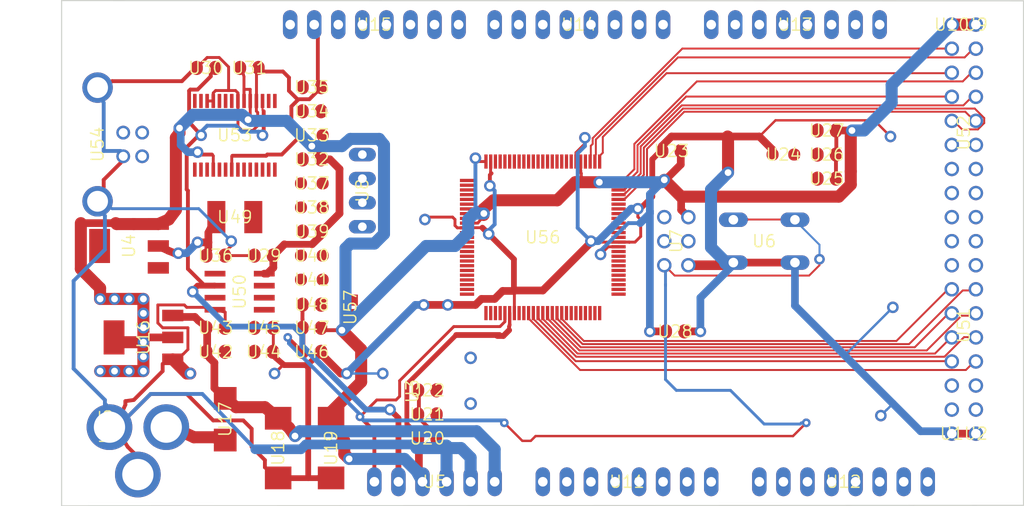
<source format=kicad_pcb>
(kicad_pcb (version 20221018) (generator pcbnew)
  (layers (0 "F.Cu" signal "Top") (31 "B.Cu" signal "Bottom") (34 "B.Paste" user) (35 "F.Paste" user) (36 "B.SilkS" user "B.Silkscreen") (37 "F.SilkS" user "F.Silkscreen") (38 "B.Mask" user) (39 "F.Mask" user) (44 "Edge.Cuts" user))
  (net 0 "")
  (net 1 "+5V")
  (net 2 "GND")
  (net 3 "N$6")
  (net 4 "N$7")
  (net 5 "AREF")
  (net 6 "RESET")
  (net 7 "VIN")
  (net 8 "N$3")
  (net 9 "PWRIN")
  (net 10 "M8RXD")
  (net 11 "M8TXD")
  (net 12 "ADC0")
  (net 13 "ADC2")
  (net 14 "ADC1")
  (net 15 "ADC3")
  (net 16 "ADC4")
  (net 17 "ADC5")
  (net 18 "ADC6")
  (net 19 "ADC7")
  (net 20 "+3V3")
  (net 21 "SDA")
  (net 22 "SCL")
  (net 23 "ADC9")
  (net 24 "ADC8")
  (net 25 "ADC10")
  (net 26 "ADC11")
  (net 27 "ADC12")
  (net 28 "ADC13")
  (net 29 "ADC14")
  (net 30 "ADC15")
  (net 31 "PB3")
  (net 32 "PB2")
  (net 33 "PB1")
  (net 34 "PB5")
  (net 35 "PB4")
  (net 36 "PE5")
  (net 37 "PE4")
  (net 38 "PE3")
  (net 39 "PE1")
  (net 40 "PE0")
  (net 41 "N$15")
  (net 42 "N$53")
  (net 43 "N$54")
  (net 44 "N$55")
  (net 45 "D-")
  (net 46 "D+")
  (net 47 "N$60")
  (net 48 "DTR")
  (net 49 "USBVCC")
  (net 50 "N$2")
  (net 51 "N$4")
  (net 52 "GATE_CMD")
  (net 53 "CMP")
  (net 54 "PB6")
  (net 55 "PH3")
  (net 56 "PH4")
  (net 57 "PH5")
  (net 58 "PH6")
  (net 59 "PG5")
  (net 60 "RXD1")
  (net 61 "TXD1")
  (net 62 "RXD2")
  (net 63 "RXD3")
  (net 64 "TXD2")
  (net 65 "TXD3")
  (net 66 "PC0")
  (net 67 "PC1")
  (net 68 "PC2")
  (net 69 "PC3")
  (net 70 "PC4")
  (net 71 "PC5")
  (net 72 "PC6")
  (net 73 "PC7")
  (net 74 "PB0")
  (net 75 "PG0")
  (net 76 "PG1")
  (net 77 "PG2")
  (net 78 "PD7")
  (net 79 "PA0")
  (net 80 "PA1")
  (net 81 "PA2")
  (net 82 "PA3")
  (net 83 "PA4")
  (net 84 "PA5")
  (net 85 "PA6")
  (net 86 "PA7")
  (net 87 "PL0")
  (net 88 "PL1")
  (net 89 "PL2")
  (net 90 "PL3")
  (net 91 "PL4")
  (net 92 "PL5")
  (net 93 "PL6")
  (net 94 "PL7")
  (net 95 "PB7")
  (net 96 "CTS")
  (net 97 "DSR")
  (net 98 "DCD")
  (net 99 "RI")
  (footprint "Arduino_MEGA_Reference_Design:2X03" (layer "F.Cu") (at 162.5981 103.7336 -90)
    (fp_text reference "U7")
    (fp_text value "")
  )
  (footprint "Arduino_MEGA_Reference_Design:1X08" (layer "F.Cu") (at 152.3111 80.8736 180)
    (fp_text reference "U14")
    (fp_text value "")
  )
  (footprint "Arduino_MEGA_Reference_Design:1X08" (layer "F.Cu") (at 130.7211 80.8736 180)
    (fp_text reference "U15")
    (fp_text value "")
  )
  (footprint "Arduino_MEGA_Reference_Design:SMC_D" (layer "F.Cu") (at 120.5611 125.5776 -90)
    (fp_text reference "U18")
    (fp_text value "")
  )
  (footprint "Arduino_MEGA_Reference_Design:SMC_D" (layer "F.Cu") (at 126.1491 125.5776 -90)
    (fp_text reference "U19")
    (fp_text value "")
  )
  (footprint "Arduino_MEGA_Reference_Design:B3F-10XX" (layer "F.Cu") (at 171.8691 103.7336 180)
    (fp_text reference "U6")
    (fp_text value "")
  )
  (footprint "Arduino_MEGA_Reference_Design:0805RND" (layer "F.Cu") (at 173.9011 94.5896 180)
    (fp_text reference "U24")
    (fp_text value "")
  )
  (footprint "Arduino_MEGA_Reference_Design:SMB" (layer "F.Cu") (at 114.9731 122.5296 -90)
    (fp_text reference "U17")
    (fp_text value "")
  )
  (footprint "Arduino_MEGA_Reference_Design:DC-21MM" (layer "F.Cu") (at 103.0351 123.2916 90)
    (fp_text reference "U55")
    (fp_text value "")
  )
  (footprint "Arduino_MEGA_Reference_Design:HC49_S" (layer "F.Cu") (at 140.8811 118.4656 90)
    (fp_text reference "U3")
    (fp_text value "")
  )
  (footprint "Arduino_MEGA_Reference_Design:SOT223" (layer "F.Cu") (at 106.3371 113.8936 90)
    (fp_text reference "U16")
    (fp_text value "")
  )
  (footprint "Arduino_MEGA_Reference_Design:1X06" (layer "F.Cu") (at 137.0711 129.1336)
    (fp_text reference "U5")
    (fp_text value "")
  )
  (footprint "Arduino_MEGA_Reference_Design:C0805RND" (layer "F.Cu") (at 124.1171 87.4776)
    (fp_text reference "U35")
    (fp_text value "")
  )
  (footprint "Arduino_MEGA_Reference_Design:C0805RND" (layer "F.Cu") (at 162.4711 113.2586)
    (fp_text reference "U28")
    (fp_text value "")
  )
  (footprint "Arduino_MEGA_Reference_Design:C0805RND" (layer "F.Cu") (at 136.3091 122.0216)
    (fp_text reference "U21")
    (fp_text value "")
  )
  (footprint "Arduino_MEGA_Reference_Design:C0805RND" (layer "F.Cu") (at 136.3091 119.4816)
    (fp_text reference "U22")
    (fp_text value "")
  )
  (footprint "Arduino_MEGA_Reference_Design:C0805RND" (layer "F.Cu") (at 113.9571 112.8776)
    (fp_text reference "U43")
    (fp_text value "")
  )
  (footprint "Arduino_MEGA_Reference_Design:RCL_0805RND" (layer "F.Cu") (at 124.1171 105.2576)
    (fp_text reference "U40")
    (fp_text value "")
  )
  (footprint "Arduino_MEGA_Reference_Design:RCL_0805RND" (layer "F.Cu") (at 124.1171 107.7976)
    (fp_text reference "U41")
    (fp_text value "")
  )
  (footprint "Arduino_MEGA_Reference_Design:1X08" (layer "F.Cu") (at 157.3911 129.1336)
    (fp_text reference "U11")
    (fp_text value "")
  )
  (footprint "Arduino_MEGA_Reference_Design:1X08" (layer "F.Cu") (at 175.1711 80.8736 180)
    (fp_text reference "U13")
    (fp_text value "")
  )
  (footprint "Arduino_MEGA_Reference_Design:R0805RND" (layer "F.Cu") (at 178.4731 94.5896 180)
    (fp_text reference "U26")
    (fp_text value "")
  )
  (footprint "Arduino_MEGA_Reference_Design:R0805RND" (layer "F.Cu") (at 178.4731 92.0496 180)
    (fp_text reference "U27")
    (fp_text value "")
  )
  (footprint "Arduino_MEGA_Reference_Design:TQFP100" (layer "F.Cu") (at 148.5011 103.3272)
    (fp_text reference "U56")
    (fp_text value "")
  )
  (footprint "Arduino_MEGA_Reference_Design:C0805RND" (layer "F.Cu") (at 162.0901 94.2086 180)
    (fp_text reference "U23")
    (fp_text value "")
  )
  (footprint "Arduino_MEGA_Reference_Design:C0805RND" (layer "F.Cu") (at 136.3091 124.5616)
    (fp_text reference "U20")
    (fp_text value "")
  )
  (footprint "Arduino_MEGA_Reference_Design:1X08" (layer "F.Cu") (at 180.2511 129.1336)
    (fp_text reference "U12")
    (fp_text value "")
  )
  (footprint "Arduino_MEGA_Reference_Design:R0805RND" (layer "F.Cu") (at 124.1171 112.8776)
    (fp_text reference "U47")
    (fp_text value "")
  )
  (footprint "Arduino_MEGA_Reference_Design:C0805RND" (layer "F.Cu") (at 124.1171 115.4176)
    (fp_text reference "U46")
    (fp_text value "")
  )
  (footprint "Arduino_MEGA_Reference_Design:C0805RND" (layer "F.Cu") (at 113.9571 105.2576)
    (fp_text reference "U36")
    (fp_text value "")
  )
  (footprint "Arduino_MEGA_Reference_Design:C0805RND" (layer "F.Cu") (at 112.9411 85.4456)
    (fp_text reference "U30")
    (fp_text value "")
  )
  (footprint "Arduino_MEGA_Reference_Design:0805RND" (layer "F.Cu") (at 124.1171 100.1776 180)
    (fp_text reference "U38")
    (fp_text value "")
  )
  (footprint "Arduino_MEGA_Reference_Design:0805RND" (layer "F.Cu") (at 124.1171 97.6376 180)
    (fp_text reference "U37")
    (fp_text value "")
  )
  (footprint "Arduino_MEGA_Reference_Design:R0805RND" (layer "F.Cu") (at 124.1171 95.0976)
    (fp_text reference "U32")
    (fp_text value "")
  )
  (footprint "Arduino_MEGA_Reference_Design:R0805RND" (layer "F.Cu") (at 124.1171 102.7176)
    (fp_text reference "U39")
    (fp_text value "")
  )
  (footprint "Arduino_MEGA_Reference_Design:SSOP28" (layer "F.Cu") (at 115.9891 92.5576)
    (fp_text reference "U53")
    (fp_text value "")
  )
  (footprint "Arduino_MEGA_Reference_Design:PN61729" (layer "F.Cu") (at 98.9584 93.5228 -90)
    (fp_text reference "U54")
    (fp_text value "")
  )
  (footprint "Arduino_MEGA_Reference_Design:L1812" (layer "F.Cu") (at 115.9891 101.1936)
    (fp_text reference "U49")
    (fp_text value "")
  )
  (footprint "Arduino_MEGA_Reference_Design:C0805RND" (layer "F.Cu") (at 117.5131 85.4456)
    (fp_text reference "U31")
    (fp_text value "")
  )
  (footprint "Arduino_MEGA_Reference_Design:0805RND" (layer "F.Cu") (at 124.1171 92.5576 180)
    (fp_text reference "U33")
    (fp_text value "")
  )
  (footprint "Arduino_MEGA_Reference_Design:R0805RND" (layer "F.Cu") (at 124.1171 90.0176 180)
    (fp_text reference "U34")
    (fp_text value "")
  )
  (footprint "Arduino_MEGA_Reference_Design:C0805RND" (layer "F.Cu") (at 124.1171 110.4392 180)
    (fp_text reference "U48")
    (fp_text value "")
  )
  (footprint "Arduino_MEGA_Reference_Design:SOT223" (layer "F.Cu") (at 104.8131 104.2416 90)
    (fp_text reference "U4")
    (fp_text value "")
  )
  (footprint "Arduino_MEGA_Reference_Design:SO08" (layer "F.Cu") (at 116.4971 109.0676 -90)
    (fp_text reference "U50")
    (fp_text value "")
  )
  (footprint "Arduino_MEGA_Reference_Design:R0805RND" (layer "F.Cu") (at 113.9571 115.4176 180)
    (fp_text reference "U42")
    (fp_text value "")
  )
  (footprint "Arduino_MEGA_Reference_Design:R0805RND" (layer "F.Cu") (at 119.0371 112.8776 180)
    (fp_text reference "U45")
    (fp_text value "")
  )
  (footprint "Arduino_MEGA_Reference_Design:C0805RND" (layer "F.Cu") (at 119.0371 115.4176 180)
    (fp_text reference "U44")
    (fp_text value "")
  )
  (footprint "Arduino_MEGA_Reference_Design:C0805RND" (layer "F.Cu") (at 119.0371 105.2576)
    (fp_text reference "U29")
    (fp_text value "")
  )
  (footprint "Arduino_MEGA_Reference_Design:2X08" (layer "F.Cu") (at 192.9511 92.3036 90)
    (fp_text reference "U52")
    (fp_text value "")
  )
  (footprint "Arduino_MEGA_Reference_Design:2X08" (layer "F.Cu") (at 192.9511 112.6236 90)
    (fp_text reference "U51")
    (fp_text value "")
  )
  (footprint "Arduino_MEGA_Reference_Design:R0805RND" (layer "F.Cu") (at 178.4731 97.1296 180)
    (fp_text reference "U25")
    (fp_text value "")
  )
  (footprint "Arduino_MEGA_Reference_Design:1X01" (layer "F.Cu") (at 191.6811 80.8736)
    (fp_text reference "U10")
    (fp_text value "")
  )
  (footprint "Arduino_MEGA_Reference_Design:1X01" (layer "F.Cu") (at 194.2211 80.8736)
    (fp_text reference "U9")
    (fp_text value "")
  )
  (footprint "Arduino_MEGA_Reference_Design:1X01" (layer "F.Cu") (at 191.6811 124.0536)
    (fp_text reference "U1")
    (fp_text value "")
  )
  (footprint "Arduino_MEGA_Reference_Design:1X01" (layer "F.Cu") (at 194.2211 124.0536)
    (fp_text reference "U2")
    (fp_text value "")
  )
  (footprint "Arduino_MEGA_Reference_Design:SJ" (layer "F.Cu") (at 128.1811 110.7186 -90)
    (fp_text reference "U57")
    (fp_text value "")
  )
  (footprint "Arduino_MEGA_Reference_Design:JP4" (layer "F.Cu") (at 129.4511 98.3996 -90)
    (fp_text reference "U8")
    (fp_text value "")
  )
  (gr_line (start 199.25 131.62) (end 97.7011 131.6736) (layer "Edge.Cuts") (width 0.12))
  (gr_line (start 97.7011 131.6736) (end 97.7011 78.3336) (layer "Edge.Cuts") (width 0.12))
  (gr_line (start 199.25 78.36) (end 199.25 131.62) (layer "Edge.Cuts") (width 0.12))
  (gr_line (start 97.7011 78.3336) (end 199.25 78.36) (layer "Edge.Cuts") (width 0.12))
  (segment (start 144.9451 112.7506) (end 145.0011 112.5676) (width 0.4064) (layer "F.Cu") (net 1))
  (segment (start 106.3371 112.8776) (end 106.3371 111.3536) (width 1.27) (layer "F.Cu") (net 1))
  (segment (start 101.2571 108.1786) (end 101.2571 108.3056) (width 0.508) (layer "F.Cu") (net 1))
  (segment (start 152.4889 95.4024) (end 152.5133 95.378) (width 0.254) (layer "F.Cu") (net 1))
  (segment (start 179.4501 92.0496) (end 179.3621 92.0496) (width 0.4064) (layer "F.Cu") (net 1))
  (segment (start 135.3321 124.5616) (end 135.0391 123.9266) (width 0.508) (layer "F.Cu") (net 1))
  (segment (start 134.1501 118.8466) (end 139.3571 113.6396) (width 0.508) (layer "F.Cu") (net 1))
  (segment (start 126.1491 122.4276) (end 127.5461 124.8156) (width 1.27) (layer "F.Cu") (net 1))
  (segment (start 127.2921 113.1316) (end 129.3241 115.1636) (width 1.27) (layer "F.Cu") (net 1))
  (segment (start 103.7461 114.4016) (end 103.2381 113.8936) (width 1.27) (layer "F.Cu") (net 1))
  (segment (start 116.9543 86.36) (end 116.8781 86.0806) (width 0.3048) (layer "F.Cu") (net 1))
  (segment (start 161.3281 97.2566) (end 163.1061 99.0346) (width 1.27) (layer "F.Cu") (net 1))
  (segment (start 101.7651 109.8296) (end 103.2891 109.8296) (width 1.27) (layer "F.Cu") (net 1))
  (segment (start 141.3891 94.9706) (end 141.8727 95.3272) (width 0.3048) (layer "F.Cu") (net 1))
  (segment (start 155.3591 104.3686) (end 155.4005 104.3272) (width 0.254) (layer "F.Cu") (net 1))
  (segment (start 159.8041 113.2586) (end 161.4941 113.2586) (width 0.8128) (layer "F.Cu") (net 1))
  (segment (start 105.3211 101.9302) (end 107.9119 101.9302) (width 1.27) (layer "F.Cu") (net 1))
  (segment (start 139.3571 113.6396) (end 143.9291 113.6396) (width 0.6096) (layer "F.Cu") (net 1))
  (segment (start 152.5143 96.52) (end 152.5143 96.266) (width 0.3048) (layer "F.Cu") (net 1))
  (segment (start 112.0521 94.3356) (end 112.3061 94.5896) (width 0.4064) (layer "F.Cu") (net 1))
  (segment (start 99.7331 101.8286) (end 103.4161 101.8286) (width 0.8128) (layer "F.Cu") (net 1))
  (segment (start 124.1425 104.0638) (end 121.2215 104.0638) (width 0.7112) (layer "F.Cu") (net 1))
  (segment (start 125.0061 103.2256) (end 124.1425 104.0638) (width 0.8128) (layer "F.Cu") (net 1))
  (segment (start 151.9301 97.5106) (end 154.4701 97.5106) (width 1.27) (layer "F.Cu") (net 1))
  (segment (start 120.0531 105.2576) (end 120.0141 105.2576) (width 0.8128) (layer "F.Cu") (net 1))
  (segment (start 152.5133 95.378) (end 152.5011 95.3272) (width 0.254) (layer "F.Cu") (net 1))
  (segment (start 124.1171 93.7006) (end 124.7521 94.4626) (width 0.8128) (layer "F.Cu") (net 1))
  (segment (start 117.6141 88.9326) (end 117.6147 87.7062) (width 0.3048) (layer "F.Cu") (net 1))
  (segment (start 103.2891 109.8296) (end 104.8131 109.8296) (width 1.27) (layer "F.Cu") (net 1))
  (segment (start 126.1491 121.7676) (end 126.1491 122.4276) (width 1.27) (layer "F.Cu") (net 1))
  (segment (start 127.5461 126.2126) (end 128.0541 126.7206) (width 1.27) (layer "F.Cu") (net 1))
  (segment (start 127.0381 96.1136) (end 127.0381 100.8126) (width 0.8128) (layer "F.Cu") (net 1))
  (segment (start 163.1061 100.4316) (end 163.8681 101.1936) (width 0.8128) (layer "F.Cu") (net 1))
  (segment (start 113.5761 94.5896) (end 113.7141 94.7276) (width 0.3048) (layer "F.Cu") (net 1))
  (segment (start 106.3371 109.8296) (end 104.8131 109.8296) (width 1.27) (layer "F.Cu") (net 1))
  (segment (start 143.2941 99.4156) (end 150.0251 99.4156) (width 1.27) (layer "F.Cu") (net 1))
  (segment (start 121.2215 104.0638) (end 120.0531 105.2576) (width 0.8128) (layer "F.Cu") (net 1))
  (segment (start 142.1511 101.1936) (end 141.6445 101.8272) (width 0.3048) (layer "F.Cu") (net 1))
  (segment (start 99.7331 106.6546) (end 99.7331 101.8286) (width 1.27) (layer "F.Cu") (net 1))
  (segment (start 109.7661 92.8116) (end 110.1471 92.3036) (width 1.27) (layer "F.Cu") (net 1))
  (segment (start 101.7651 108.6866) (end 101.7651 109.8296) (width 1.27) (layer "F.Cu") (net 1))
  (segment (start 127.2921 113.1316) (end 125.3871 113.1316) (width 0.4064) (layer "F.Cu") (net 1))
  (segment (start 120.0531 105.2576) (end 120.0531 106.5276) (width 0.8128) (layer "F.Cu") (net 1))
  (segment (start 142.2471 100.9706) (end 142.2471 100.3356) (width 1.27) (layer "F.Cu") (net 1))
  (segment (start 179.3621 94.5896) (end 179.4501 94.5896) (width 0.4064) (layer "F.Cu") (net 1))
  (segment (start 120.0531 106.5276) (end 119.4181 107.1626) (width 0.8128) (layer "F.Cu") (net 1))
  (segment (start 125.0941 102.6786) (end 125.0061 102.5906) (width 0.8128) (layer "F.Cu") (net 1))
  (segment (start 179.4891 94.4626) (end 179.3621 94.5896) (width 0.4064) (layer "F.Cu") (net 1))
  (segment (start 103.4161 101.8286) (end 103.5177 101.9302) (width 1.27) (layer "F.Cu") (net 1))
  (segment (start 163.0671 95.6446) (end 163.0671 94.2086) (width 0.8128) (layer "F.Cu") (net 1))
  (segment (start 142.2781 100.8126) (end 142.1511 101.1936) (width 0.4064) (layer "F.Cu") (net 1))
  (segment (start 163.1061 99.0346) (end 163.1061 100.4316) (width 0.8128) (layer "F.Cu") (net 1))
  (segment (start 141.8727 95.3272) (end 142.5011 95.3272) (width 0.3048) (layer "F.Cu") (net 1))
  (segment (start 113.7141 94.7276) (end 113.7141 96.1826) (width 0.3048) (layer "F.Cu") (net 1))
  (segment (start 129.3241 115.1636) (end 129.3241 118.5926) (width 1.27) (layer "F.Cu") (net 1))
  (segment (start 106.3371 115.9256) (end 106.3371 114.4016) (width 1.27) (layer "F.Cu") (net 1))
  (segment (start 143.7005 113.7412) (end 144.3355 113.7412) (width 0.6096) (layer "F.Cu") (net 1))
  (segment (start 179.4501 94.5896) (end 179.4891 94.5896) (width 0.4064) (layer "F.Cu") (net 1))
  (segment (start 127.0381 100.8126) (end 125.1331 102.7176) (width 0.8128) (layer "F.Cu") (net 1))
  (segment (start 106.9721 113.8936) (end 109.4359 113.8936) (width 0.8128) (layer "F.Cu") (net 1))
  (segment (start 135.8011 129.1336) (end 135.4201 127.7366) (width 0.8128) (layer "F.Cu") (net 1))
  (segment (start 125.1331 102.7176) (end 125.0941 102.6786) (width 0.8128) (layer "F.Cu") (net 1))
  (segment (start 181.0131 96.3676) (end 181.0131 96.4946) (width 0.8128) (layer "F.Cu") (net 1))
  (segment (start 144.9451 113.1316) (end 144.9451 112.7506) (width 0.4064) (layer "F.Cu") (net 1))
  (segment (start 125.1331 102.7176) (end 125.0941 102.7176) (width 0.8128) (layer "F.Cu") (net 1))
  (segment (start 124.7521 94.4626) (end 125.0941 95.0976) (width 0.8128) (layer "F.Cu") (net 1))
  (segment (start 125.0061 102.5906) (end 125.0061 103.2256) (width 0.8128) (layer "F.Cu") (net 1))
  (segment (start 135.0391 123.9266) (end 134.1501 123.0376) (width 0.508) (layer "F.Cu") (net 1))
  (segment (start 181.0131 97.7646) (end 181.0131 96.3676) (width 1.27) (layer "F.Cu") (net 1))
  (segment (start 109.7661 100.4316) (end 109.7661 92.8116) (width 1.27) (layer "F.Cu") (net 1))
  (segment (start 155.4005 104.3272) (end 156.5011 104.3272) (width 0.3048) (layer "F.Cu") (net 1))
  (segment (start 126.0221 95.0976) (end 127.0381 96.1136) (width 0.8128) (layer "F.Cu") (net 1))
  (segment (start 106.3371 117.4496) (end 104.8131 117.4496) (width 1.27) (layer "F.Cu") (net 1))
  (segment (start 152.5143 96.266) (end 152.5143 95.4278) (width 0.254) (layer "F.Cu") (net 1))
  (segment (start 127.5461 124.8156) (end 127.5461 126.2126) (width 1.27) (layer "F.Cu") (net 1))
  (segment (start 119.4181 107.1626) (end 119.0971 107.1626) (width 0.8128) (layer "F.Cu") (net 1))
  (segment (start 125.1331 112.8776) (end 125.0941 112.8776) (width 0.4064) (layer "F.Cu") (net 1))
  (segment (start 143.9291 113.6396) (end 143.8529 113.7158) (width 0.2032) (layer "F.Cu") (net 1))
  (segment (start 117.6147 87.7062) (end 116.9543 87.7062) (width 0.3048) (layer "F.Cu") (net 1))
  (segment (start 107.9119 101.9302) (end 109.0041 101.4476) (width 1.27) (layer "F.Cu") (net 1))
  (segment (start 135.4201 127.7366) (end 135.4201 125.1966) (width 0.8128) (layer "F.Cu") (net 1))
  (segment (start 179.4501 94.6286) (end 179.4501 97.1296) (width 0.4064) (layer "F.Cu") (net 1))
  (segment (start 150.0251 99.4156) (end 151.9301 97.5106) (width 1.27) (layer "F.Cu") (net 1))
  (segment (start 179.4891 94.5896) (end 179.4501 94.6286) (width 0.4064) (layer "F.Cu") (net 1))
  (segment (start 125.3871 113.1316) (end 125.1331 112.8776) (width 0.4064) (layer "F.Cu") (net 1))
  (segment (start 143.8529 113.7158) (end 143.7005 113.7412) (width 0.2032) (layer "F.Cu") (net 1))
  (segment (start 106.3371 112.8776) (end 106.3371 114.4016) (width 1.27) (layer "F.Cu") (net 1))
  (segment (start 117.6147 89.7636) (end 117.6141 88.9326) (width 0.3048) (layer "F.Cu") (net 1))
  (segment (start 117.3861 90.9066) (end 117.6147 90.3986) (width 0.3048) (layer "F.Cu") (net 1))
  (segment (start 144.3355 113.7412) (end 144.9451 113.1316) (width 0.6096) (layer "F.Cu") (net 1))
  (segment (start 152.5651 96.5708) (end 152.5143 96.52) (width 0.3048) (layer "F.Cu") (net 1))
  (segment (start 106.3371 114.4016) (end 103.7461 114.4016) (width 1.27) (layer "F.Cu") (net 1))
  (segment (start 106.3371 109.8296) (end 106.3371 111.3536) (width 1.27) (layer "F.Cu") (net 1))
  (segment (start 181.1401 92.0496) (end 179.4501 92.0496) (width 0.8128) (layer "F.Cu") (net 1))
  (segment (start 109.0041 101.4476) (end 109.7661 100.4316) (width 1.27) (layer "F.Cu") (net 1))
  (segment (start 99.7331 106.6546) (end 101.2571 108.1786) (width 1.27) (layer "F.Cu") (net 1))
  (segment (start 110.1471 92.3036) (end 110.1471 91.7956) (width 1.27) (layer "F.Cu") (net 1))
  (segment (start 163.1061 99.0346) (end 179.7431 99.0346) (width 1.27) (layer "F.Cu") (net 1))
  (segment (start 116.9543 87.6554) (end 116.9543 86.36) (width 0.3048) (layer "F.Cu") (net 1))
  (segment (start 101.2571 108.1786) (end 101.7651 108.6866) (width 1.27) (layer "F.Cu") (net 1))
  (segment (start 129.3241 118.5926) (end 126.1491 121.7676) (width 1.27) (layer "F.Cu") (net 1))
  (segment (start 145.0011 112.5676) (end 145.0011 111.3272) (width 0.3556) (layer "F.Cu") (net 1))
  (segment (start 106.3371 115.9256) (end 106.3371 117.4496) (width 1.27) (layer "F.Cu") (net 1))
  (segment (start 179.4891 92.1766) (end 179.4891 94.4626) (width 0.4064) (layer "F.Cu") (net 1))
  (segment (start 191.6811 80.8736) (end 194.2211 80.8736) (width 1.27) (layer "F.Cu") (net 1))
  (segment (start 181.0131 96.3676) (end 181.0131 92.1766) (width 1.27) (layer "F.Cu") (net 1))
  (segment (start 153.0731 97.5106) (end 152.5651 97.0026) (width 0.4064) (layer "F.Cu") (net 1))
  (segment (start 116.8781 86.0806) (end 116.5361 85.4456) (width 0.3048) (layer "F.Cu") (net 1))
  (segment (start 101.7651 117.4496) (end 103.2891 117.4496) (width 1.27) (layer "F.Cu") (net 1))
  (segment (start 161.4551 97.2566) (end 163.0671 95.6446) (width 0.8128) (layer "F.Cu") (net 1))
  (segment (start 134.1501 123.0376) (end 134.1501 118.8466) (width 0.508) (layer "F.Cu") (net 1))
  (segment (start 104.8131 117.4496) (end 103.2891 117.4496) (width 1.27) (layer "F.Cu") (net 1))
  (segment (start 152.5143 95.4278) (end 152.4889 95.4024) (width 0.254) (layer "F.Cu") (net 1))
  (segment (start 154.4701 97.5106) (end 153.0731 97.5106) (width 0.4064) (layer "F.Cu") (net 1))
  (segment (start 154.5971 105.1306) (end 155.3591 104.3686) (width 0.3048) (layer "F.Cu") (net 1))
  (segment (start 112.3061 94.5896) (end 113.5761 94.5896) (width 0.4064) (layer "F.Cu") (net 1))
  (segment (start 152.5651 97.0026) (end 152.5651 96.5708) (width 0.3048) (layer "F.Cu") (net 1))
  (segment (start 142.1511 101.1936) (end 142.2471 100.9706) (width 0.4064) (layer "F.Cu") (net 1))
  (segment (start 142.2471 100.3356) (end 143.2941 99.4156) (width 1.27) (layer "F.Cu") (net 1))
  (segment (start 141.6445 101.8272) (end 140.5011 101.8272) (width 0.3048) (layer "F.Cu") (net 1))
  (segment (start 125.0941 95.0976) (end 126.0221 95.0976) (width 0.8128) (layer "F.Cu") (net 1))
  (segment (start 161.3281 97.2566) (end 161.4551 97.2566) (width 0.8128) (layer "F.Cu") (net 1))
  (segment (start 179.3621 92.0496) (end 179.4891 92.1766) (width 0.4064) (layer "F.Cu") (net 1))
  (segment (start 181.0131 92.1766) (end 181.1401 92.0496) (width 0.8128) (layer "F.Cu") (net 1))
  (segment (start 125.0941 102.6786) (end 125.0941 102.7176) (width 0.8128) (layer "F.Cu") (net 1))
  (segment (start 116.9641 88.9326) (end 116.9543 87.6554) (width 0.3048) (layer "F.Cu") (net 1))
  (segment (start 135.4201 125.1966) (end 135.3321 124.5616) (width 0.8128) (layer "F.Cu") (net 1))
  (segment (start 179.7431 99.0346) (end 181.0131 97.7646) (width 1.27) (layer "F.Cu") (net 1))
  (segment (start 116.9543 87.7062) (end 116.9641 88.9326) (width 0.3048) (layer "F.Cu") (net 1))
  (segment (start 103.5177 101.9302) (end 105.3211 101.9302) (width 1.27) (layer "F.Cu") (net 1))
  (segment (start 117.6147 90.3986) (end 117.6147 89.7636) (width 0.3048) (layer "F.Cu") (net 1))
  (segment (start 127.2921 113.1316) (end 136.1821 104.2416) (width 1.27) (layer "B.Cu") (net 1))
  (segment (start 131.7371 93.5736) (end 131.7371 102.9716) (width 1.27) (layer "B.Cu") (net 1))
  (segment (start 161.3281 97.2566) (end 159.8041 98.7806) (width 0.8128) (layer "B.Cu") (net 1))
  (segment (start 159.8041 100.5586) (end 159.8041 100.8126) (width 0.8128) (layer "B.Cu") (net 1))
  (segment (start 154.7241 104.6226) (end 154.7241 105.0036) (width 0.4064) (layer "B.Cu") (net 1))
  (segment (start 159.8041 100.5586) (end 159.8041 113.2586) (width 0.8128) (layer "B.Cu") (net 1))
  (segment (start 158.7881 101.8286) (end 157.5181 101.8286) (width 0.4064) (layer "B.Cu") (net 1))
  (segment (start 110.4011 91.6686) (end 110.2741 91.7956) (width 0.8128) (layer "B.Cu") (net 1))
  (segment (start 159.8041 98.7806) (end 159.8041 100.5586) (width 0.8128) (layer "B.Cu") (net 1))
  (segment (start 128.0541 126.7206) (end 133.8961 126.7206) (width 1.27) (layer "B.Cu") (net 1))
  (segment (start 161.0741 97.5106) (end 161.3281 97.2566) (width 0.6096) (layer "B.Cu") (net 1))
  (segment (start 154.4701 97.5106) (end 161.0741 97.5106) (width 1.27) (layer "B.Cu") (net 1))
  (segment (start 117.6401 91.0336) (end 121.4501 91.0336) (width 1.27) (layer "B.Cu") (net 1))
  (segment (start 139.2301 104.2416) (end 140.6271 102.8446) (width 1.27) (layer "B.Cu") (net 1))
  (segment (start 142.2781 100.9396) (end 141.3891 100.0506) (width 0.4064) (layer "B.Cu") (net 1))
  (segment (start 127.6731 104.4956) (end 127.6731 112.6236) (width 1.27) (layer "B.Cu") (net 1))
  (segment (start 154.7241 105.0036) (end 154.5971 105.1306) (width 0.4064) (layer "B.Cu") (net 1))
  (segment (start 111.5441 90.3986) (end 116.7511 90.3986) (width 1.27) (layer "B.Cu") (net 1))
  (segment (start 135.1661 127.9906) (end 135.8011 129.1336) (width 1.27) (layer "B.Cu") (net 1))
  (segment (start 128.1811 92.9386) (end 131.2291 92.9386) (width 1.27) (layer "B.Cu") (net 1))
  (segment (start 131.2291 92.9386) (end 131.7371 93.5736) (width 1.27) (layer "B.Cu") (net 1))
  (segment (start 110.2741 93.5736) (end 111.0361 94.3356) (width 0.8128) (layer "B.Cu") (net 1))
  (segment (start 159.8041 100.8126) (end 158.7881 101.8286) (width 0.8128) (layer "B.Cu") (net 1))
  (segment (start 127.6731 112.6236) (end 127.2921 113.0046) (width 0.8128) (layer "B.Cu") (net 1))
  (segment (start 130.7211 103.9876) (end 128.1811 103.9876) (width 1.27) (layer "B.Cu") (net 1))
  (segment (start 185.3311 87.2236) (end 191.6811 80.8736) (width 1.27) (layer "B.Cu") (net 1))
  (segment (start 131.7371 102.9716) (end 130.7211 103.9876) (width 1.27) (layer "B.Cu") (net 1))
  (segment (start 140.6271 101.4476) (end 141.2621 100.8126) (width 1.27) (layer "B.Cu") (net 1))
  (segment (start 157.5181 101.8286) (end 154.7241 104.6226) (width 0.4064) (layer "B.Cu") (net 1))
  (segment (start 116.7511 90.3986) (end 117.3861 90.9066) (width 1.27) (layer "B.Cu") (net 1))
  (segment (start 142.2781 100.8126) (end 142.2781 100.9396) (width 0.4064) (layer "B.Cu") (net 1))
  (segment (start 181.1401 92.0496) (end 182.4101 92.0496) (width 1.27) (layer "B.Cu") (net 1))
  (segment (start 111.0361 94.3356) (end 112.0521 94.3356) (width 0.8128) (layer "B.Cu") (net 1))
  (segment (start 127.2921 93.7006) (end 128.1811 92.9386) (width 1.27) (layer "B.Cu") (net 1))
  (segment (start 141.3891 100.0506) (end 141.3891 94.9706) (width 0.4064) (layer "B.Cu") (net 1))
  (segment (start 110.2741 91.7956) (end 110.2741 93.5736) (width 0.8128) (layer "B.Cu") (net 1))
  (segment (start 128.1811 103.9876) (end 127.6731 104.4956) (width 1.27) (layer "B.Cu") (net 1))
  (segment (start 182.4101 92.0496) (end 185.3311 89.1286) (width 1.27) (layer "B.Cu") (net 1))
  (segment (start 117.3861 90.9066) (end 117.6401 91.0336) (width 1.27) (layer "B.Cu") (net 1))
  (segment (start 110.1471 91.7956) (end 111.5441 90.3986) (width 1.27) (layer "B.Cu") (net 1))
  (segment (start 141.2621 100.8126) (end 142.2781 100.8126) (width 1.27) (layer "B.Cu") (net 1))
  (segment (start 110.1471 91.7956) (end 110.4011 91.6686) (width 0.8128) (layer "B.Cu") (net 1))
  (segment (start 185.3311 89.1286) (end 185.3311 87.2236) (width 1.27) (layer "B.Cu") (net 1))
  (segment (start 140.6271 102.8446) (end 140.6271 101.4476) (width 1.27) (layer "B.Cu") (net 1))
  (segment (start 124.1171 93.7006) (end 127.2921 93.7006) (width 1.27) (layer "B.Cu") (net 1))
  (segment (start 136.1821 104.2416) (end 139.2301 104.2416) (width 1.27) (layer "B.Cu") (net 1))
  (segment (start 121.4501 91.0336) (end 124.1171 93.7006) (width 1.27) (layer "B.Cu") (net 1))
  (segment (start 127.2921 113.0046) (end 127.2921 113.1316) (width 0.8128) (layer "B.Cu") (net 1))
  (segment (start 133.8961 126.7206) (end 135.1661 127.9906) (width 1.27) (layer "B.Cu") (net 1))
  (via (at 106.3371 115.9256) (size 1.2192) (drill 0.7112) (layers "F.Cu" "B.Cu") (net 1))
  (via (at 104.8131 109.8296) (size 1.2192) (drill 0.7112) (layers "F.Cu" "B.Cu") (net 1))
  (via (at 106.3371 109.8296) (size 1.2192) (drill 0.7112) (layers "F.Cu" "B.Cu") (net 1))
  (via (at 159.8041 113.2586) (size 1.2192) (drill 0.7112) (layers "F.Cu" "B.Cu") (net 1))
  (via (at 101.7651 117.4496) (size 1.2192) (drill 0.7112) (layers "F.Cu" "B.Cu") (net 1))
  (via (at 127.2921 113.1316) (size 1.2192) (drill 0.7112) (layers "F.Cu" "B.Cu") (net 1))
  (via (at 142.2781 100.8126) (size 1.2192) (drill 0.7112) (layers "F.Cu" "B.Cu") (net 1))
  (via (at 106.3371 114.4016) (size 1.2192) (drill 0.7112) (layers "F.Cu" "B.Cu") (net 1))
  (via (at 106.3371 111.3536) (size 1.2192) (drill 0.7112) (layers "F.Cu" "B.Cu") (net 1))
  (via (at 103.2891 117.4496) (size 1.2192) (drill 0.7112) (layers "F.Cu" "B.Cu") (net 1))
  (via (at 110.1471 91.7956) (size 1.2192) (drill 0.7112) (layers "F.Cu" "B.Cu") (net 1))
  (via (at 154.4701 97.5106) (size 1.2192) (drill 0.7112) (layers "F.Cu" "B.Cu") (net 1))
  (via (at 181.1401 92.0496) (size 1.2192) (drill 0.7112) (layers "F.Cu" "B.Cu") (net 1))
  (via (at 117.3861 90.9066) (size 1.2192) (drill 0.7112) (layers "F.Cu" "B.Cu") (net 1))
  (via (at 124.1171 93.7006) (size 1.2192) (drill 0.7112) (layers "F.Cu" "B.Cu") (net 1))
  (via (at 104.8131 117.4496) (size 1.2192) (drill 0.7112) (layers "F.Cu" "B.Cu") (net 1))
  (via (at 106.3371 117.4496) (size 1.2192) (drill 0.7112) (layers "F.Cu" "B.Cu") (net 1))
  (via (at 161.3281 97.2566) (size 1.2192) (drill 0.7112) (layers "F.Cu" "B.Cu") (net 1))
  (via (at 141.3891 94.9706) (size 1.2192) (drill 0.7112) (layers "F.Cu" "B.Cu") (net 1))
  (via (at 106.3371 112.8776) (size 1.2192) (drill 0.7112) (layers "F.Cu" "B.Cu") (net 1))
  (via (at 103.2891 109.8296) (size 1.2192) (drill 0.7112) (layers "F.Cu" "B.Cu") (net 1))
  (via (at 128.0541 126.7206) (size 1.2192) (drill 0.7112) (layers "F.Cu" "B.Cu") (net 1))
  (via (at 101.7651 109.8296) (size 1.2192) (drill 0.7112) (layers "F.Cu" "B.Cu") (net 1))
  (via (at 154.5971 105.1306) (size 1.2192) (drill 0.7112) (layers "F.Cu" "B.Cu") (net 1))
  (via (at 112.0521 94.3356) (size 1.2192) (drill 0.7112) (layers "F.Cu" "B.Cu") (net 1))
  (segment (start 137.2861 124.5616) (end 136.9441 123.9266) (width 0.3048) (layer "F.Cu") (net 2))
  (segment (start 103.3907 123.3678) (end 103.4923 123.3678) (width 0.4064) (layer "F.Cu") (net 2))
  (segment (start 135.4201 120.1166) (end 135.3321 119.4816) (width 0.3048) (layer "F.Cu") (net 2))
  (segment (start 113.7141 88.9326) (end 113.0641 88.9326) (width 0.3048) (layer "F.Cu") (net 2))
  (segment (start 122.6566 88.8111) (end 121.7041 87.8586) (width 0.4064) (layer "F.Cu") (net 2))
  (segment (start 137.5791 125.1966) (end 137.2861 124.5616) (width 0.4064) (layer "F.Cu") (net 2))
  (segment (start 112.541482 84.868218) (end 111.9641 85.4456) (width 0.3048) (layer "F.Cu") (net 2))
  (segment (start 145.5011 108.9886) (end 145.5011 111.3272) (width 0.3048) (layer "F.Cu") (net 2))
  (segment (start 168.3131 106.2736) (end 163.8681 106.2736) (width 1.016) (layer "F.Cu") (net 2))
  (segment (start 158.7881 100.3046) (end 160.0581 99.0346) (width 0.6096) (layer "F.Cu") (net 2))
  (segment (start 123.4821 116.8146) (end 121.1961 116.8146) (width 0.6096) (layer "F.Cu") (net 2))
  (segment (start 142.0495 102.3112) (end 142.0241 102.3366) (width 0.3048) (layer "F.Cu") (net 2))
  (segment (start 113.7141 88.0833) (end 113.7141 88.9326) (width 0.3048) (layer "F.Cu") (net 2))
  (segment (start 121.9581 91.4146) (end 121.9581 89.5096) (width 0.4064) (layer "F.Cu") (net 2))
  (segment (start 116.3193 91.6178) (end 116.3193 89.0778) (width 0.3048) (layer "F.Cu") (net 2))
  (segment (start 103.5431 123.4186) (end 107.0991 119.8626) (width 0.4064) (layer "F.Cu") (net 2))
  (segment (start 104.6861 125.4506) (end 103.3907 123.3678) (width 0.4064) (layer "F.Cu") (net 2))
  (segment (start 158.5341 100.3046) (end 158.7881 100.3046) (width 0.6096) (layer "F.Cu") (net 2))
  (segment (start 116.8781 122.6566) (end 117.7671 123.5456) (width 0.4064) (layer "F.Cu") (net 2))
  (segment (start 158.835701 101.468305) (end 158.5341 101.166704) (width 0.3048) (layer "F.Cu") (net 2))
  (segment (start 107.8611 110.4646) (end 110.6551 110.4646) (width 0.3048) (layer "F.Cu") (net 2))
  (segment (start 160.9471 94.2086) (end 161.0741 94.2086) (width 0.6096) (layer "F.Cu") (net 2))
  (segment (start 110.9091 110.7186) (end 112.8141 110.7186) (width 0.3048) (layer "F.Cu") (net 2))
  (segment (start 162.0901 92.6846) (end 168.0154 92.6846) (width 0.8128) (layer "F.Cu") (net 2))
  (segment (start 110.9345 117.7036) (end 109.4359 116.205) (width 1.27) (layer "F.Cu") (net 2))
  (segment (start 111.0361 115.1636) (end 111.0361 112.8776) (width 0.3048) (layer "F.Cu") (net 2))
  (segment (start 168.0154 92.6846) (end 171.3611 92.6846) (width 0.8128) (layer "F.Cu") (net 2))
  (segment (start 115.6081 104.2416) (end 115.2271 104.6226) (width 0.3048) (layer "F.Cu") (net 2))
  (segment (start 123.7361 117.0686) (end 123.4821 116.8146) (width 0.6096) (layer "F.Cu") (net 2))
  (segment (start 152.9461 92.8116) (end 152.9461 93.4466) (width 0.3048) (layer "F.Cu") (net 2))
  (segment (start 110.9091 119.8626) (end 113.7031 122.6566) (width 0.4064) (layer "F.Cu") (net 2))
  (segment (start 145.4531 108.9406) (end 148.5011 108.9406) (width 0.8128) (layer "F.Cu") (net 2))
  (segment (start 115.33089 87.83089) (end 113.96651 87.83089) (width 0.3048) (layer "F.Cu") (net 2))
  (segment (start 114.9731 111.2266) (end 114.9731 112.2426) (width 0.3048) (layer "F.Cu") (net 2))
  (segment (start 106.3879 128.3716) (end 105.3211 126.0856) (width 0.4064) (layer "F.Cu") (net 2))
  (segment (start 112.8141 110.7186) (end 113.8971 110.9726) (width 0.3048) (layer "F.Cu") (net 2))
  (segment (start 120.5611 128.7276) (end 121.9581 128.7526) (width 0.3048) (layer "F.Cu") (net 2))
  (segment (start 153.5811 103.7336) (end 153.7081 103.8606) (width 0.4064) (layer "F.Cu") (net 2))
  (segment (start 120.0141 115.4176) (end 120.0531 114.7826) (width 0.3048) (layer "F.Cu") (net 2))
  (segment (start 171.3611 92.6846) (end 172.7581 94.0816) (width 0.8128) (layer "F.Cu") (net 2))
  (segment (start 143.4211 109.8296) (end 144.2621 108.9886) (width 0.8128) (layer "F.Cu") (net 2))
  (segment (start 121.0691 85.8266) (end 119.0371 85.8266) (width 0.4064) (layer "F.Cu") (net 2))
  (segment (start 119.1641 127.6096) (end 120.5611 128.7276) (width 0.4064) (layer "F.Cu") (net 2))
  (segment (start 120.9421 94.5896) (end 122.9741 92.5576) (width 0.4064) (layer "F.Cu") (net 2))
  (segment (start 163.4481 113.2586) (end 165.1381 113.2586) (width 0.8128) (layer "F.Cu") (net 2))
  (segment (start 156.5195 103.8272) (end 156.5275 103.8352) (width 0.3048) (layer "F.Cu") (net 2))
  (segment (start 160.0581 95.0976) (end 160.9471 94.2086) (width 0.6096) (layer "F.Cu") (net 2))
  (segment (start 125.0941 87.4776) (end 124.7521 86.8426) (width 0.4064) (layer "F.Cu") (net 2))
  (segment (start 135.3321 122.0216) (end 135.4201 121.3866) (width 0.3048) (layer "F.Cu") (net 2))
  (segment (start 116.3193 89.0778) (end 116.3141 89.0726) (width 0.3048) (layer "F.Cu") (net 2))
  (segment (start 124.7521 128.7526) (end 126.1491 128.7276) (width 0.6096) (layer "F.Cu") (net 2))
  (segment (start 116.7511 92.0496) (end 116.3193 91.6178) (width 0.3048) (layer "F.Cu") (net 2))
  (segment (start 168.5925 105.9942) (end 168.3131 106.2736) (width 1.016) (layer "F.Cu") (net 2))
  (segment (start 168.0591 96.4946) (end 168.0591 92.7283) (width 1.27) (layer "F.Cu") (net 2))
  (segment (start 135.6741 122.6566) (end 135.3321 122.0216) (width 0.4064) (layer "F.Cu") (net 2))
  (segment (start 123.7361 128.7526) (end 124.7521 128.7526) (width 0.6096) (layer "F.Cu") (net 2))
  (segment (start 168.6179 105.9942) (end 168.5925 105.9942) (width 1.016) (layer "F.Cu") (net 2))
  (segment (start 139.2301 101.4476) (end 138.9761 101.1936) (width 0.3048) (layer "F.Cu") (net 2))
  (segment (start 109.5121 116.1796) (end 109.4861 116.1736) (width 0.3048) (layer "F.Cu") (net 2))
  (segment (start 168.0591 92.7283) (end 168.0154 92.6846) (width 1.27) (layer "F.Cu") (net 2))
  (segment (start 142.9131 97.8916) (end 142.9131 96.7486) (width 0.4064) (layer "F.Cu") (net 2))
  (segment (start 137.9601 127.7366) (end 138.3411 129.1336) (width 0.4064) (layer "F.Cu") (net 2))
  (segment (start 124.8791 115.6716) (end 125.0941 115.4176) (width 0.3048) (layer "F.Cu") (net 2))
  (segment (start 152.9461 93.4466) (end 152.0011 94.3916) (width 0.3048) (layer "F.Cu") (net 2))
  (segment (start 115.6641 96.1826) (end 115.6641 94.7876) (width 0.3048) (layer "F.Cu") (net 2))
  (segment (start 116.06169 87.83089) (end 115.33089 87.83089) (width 0.3048) (layer "F.Cu") (net 2))
  (segment (start 125.0941 115.4176) (end 125.0941 115.4566) (width 0.8128) (layer "F.Cu") (net 2))
  (segment (start 103.3907 123.3678) (end 104.4321 121.0056) (width 0.4064) (layer "F.Cu") (net 2))
  (segment (start 122.9741 92.5576) (end 122.5931 92.0496) (width 0.4064) (layer "F.Cu") (net 2))
  (segment (start 115.33089 85.340767) (end 114.333313 84.34319) (width 0.3048) (layer "F.Cu") (net 2))
  (segment (start 108.3691 116.6876) (end 109.4359 116.205) (width 0.3048) (layer "F.Cu") (net 2))
  (segment (start 142.0241 109.8296) (end 143.4211 109.8296) (width 0.8128) (layer "F.Cu") (net 2))
  (segment (start 145.4531 105.6386) (end 142.7861 102.9716) (width 0.6096) (layer "F.Cu") (net 2))
  (segment (start 142.0241 102.3112) (end 142.1003 102.3112) (width 0.3048) (layer "F.Cu") (net 2))
  (segment (start 142.0241 102.3366) (end 142.0241 102.3112) (width 0.3048) (layer "F.Cu") (net 2))
  (segment (start 139.4747 102.3272) (end 139.2301 102.0826) (width 0.3048) (layer "F.Cu") (net 2))
  (segment (start 136.9441 123.9266) (end 135.6741 122.6566) (width 0.4064) (layer "F.Cu") (net 2))
  (segment (start 161.0741 94.2086) (end 161.0741 93.7006) (width 0.8128) (layer "F.Cu") (net 2))
  (segment (start 115.6081 103.7336) (end 115.6081 104.2416) (width 0.3048) (layer "F.Cu") (net 2))
  (segment (start 103.9241 95.4786) (end 104.2211 94.8236) (width 0.4064) (layer "F.Cu") (net 2))
  (segment (start 123.8631 88.7476) (end 124.6251 87.9856) (width 0.4064) (layer "F.Cu") (net 2))
  (segment (start 110.5281 115.6716) (end 111.0361 115.1636) (width 0.3048) (layer "F.Cu") (net 2))
  (segment (start 122.6566 88.8111) (end 122.7201 88.7476) (width 0.3048) (layer "F.Cu") (net 2))
  (segment (start 104.4321 120.6246) (end 105.3211 120.4976) (width 0.4064) (layer "F.Cu") (net 2))
  (segment (start 109.4359 116.205) (end 109.5121 116.1796) (width 0.3048) (layer "F.Cu") (net 2))
  (segment (start 121.9581 128.7526) (end 123.7361 128.7526) (width 0.6096) (layer "F.Cu") (net 2))
  (segment (start 168.6179 105.9942) (end 175.1457 105.9942) (width 0.8128) (layer "F.Cu") (net 2))
  (segment (start 157.6197 103.8352) (end 158.23371 103.8352) (width 0.3048) (layer "F.Cu") (net 2))
  (segment (start 142.7861 102.9716) (end 142.1257 102.3112) (width 0.6096) (layer "F.Cu") (net 2))
  (segment (start 142.9131 96.7486) (end 143.0909 96.5708) (width 0.4064) (layer "F.Cu") (net 2))
  (segment (start 122.7201 88.7476) (end 123.8631 88.7476) (width 0.4064) (layer "F.Cu") (net 2))
  (segment (start 121.1961 116.8146) (end 120.3071 116.0526) (width 0.6096) (layer "F.Cu") (net 2))
  (segment (start 109.4359 116.205) (end 110.5281 115.6716) (width 0.3048) (layer "F.Cu") (net 2))
  (segment (start 139.2301 102.0826) (end 139.2301 101.4476) (width 0.3048) (layer "F.Cu") (net 2))
  (segment (start 137.9601 127.7366) (end 137.9601 125.5776) (width 0.4064) (layer "F.Cu") (net 2))
  (segment (start 110.4011 86.8426) (end 111.4171 85.8266) (width 0.4064) (layer "F.Cu") (net 2))
  (segment (start 153.5811 103.8606) (end 153.5811 103.7336) (width 0.6096) (layer "F.Cu") (net 2))
  (segment (start 111.4171 85.8266) (end 111.9641 85.4456) (width 0.3048) (layer "F.Cu") (net 2))
  (segment (start 115.7351 94.7166) (end 119.2911 94.7166) (width 0.4064) (layer "F.Cu") (net 2))
  (segment (start 158.5341 101.166704) (end 158.5341 100.3046) (width 0.3048) (layer "F.Cu") (net 2))
  (segment (start 104.4321 121.0056) (end 104.4321 120.6246) (width 0.4064) (layer "F.Cu") (net 2))
  (segment (start 118.2641 90.0066) (end 118.4021 90.1446) (width 0.3048) (layer "F.Cu") (net 2))
  (segment (start 185.2041 92.6846) (end 183.49409 90.97459) (width 0.25) (layer "F.Cu") (net 2))
  (segment (start 183.49409 90.97459) (end 173.07111 90.97459) (width 0.25) (layer "F.Cu") (net 2))
  (segment (start 117.7671 123.5456) (end 117.7671 125.4506) (width 0.4064) (layer "F.Cu") (net 2))
  (segment (start 153.7843 103.8352) (end 157.6197 103.8352) (width 0.3048) (layer "F.Cu") (net 2))
  (segment (start 116.3141 88.9326) (end 116.3141 88.0833) (width 0.3048) (layer "F.Cu") (net 2))
  (segment (start 140.5763 102.3112) (end 140.5603 102.3272) (width 0.3048) (layer "F.Cu") (net 2))
  (segment (start 111.0361 112.8776) (end 108.3691 112.8776) (width 0.3048) (layer "F.Cu") (net 2))
  (segment (start 153.7081 103.8606) (end 153.7589 103.8098) (width 0.4064) (layer "F.Cu") (net 2))
  (segment (start 173.07111 90.97459) (end 171.3611 92.6846) (width 0.25) (layer "F.Cu") (net 2))
  (segment (start 140.5603 102.3272) (end 140.5011 102.3272) (width 0.3048) (layer "F.Cu") (net 2))
  (segment (start 140.5011 102.3272) (end 139.4747 102.3272) (width 0.3048) (layer "F.Cu") (net 2))
  (segment (start 158.835701 103.233209) (end 158.835701 101.468305) (width 0.3048) (layer "F.Cu") (net 2))
  (segment (start 142.0241 102.3112) (end 140.5763 102.3112) (width 0.3048) (layer "F.Cu") (net 2))
  (segment (start 145.4531 108.9406) (end 145.4531 105.6386) (width 0.6096) (layer "F.Cu") (net 2))
  (segment (start 117.7671 125.4506) (end 119.1641 126.8476) (width 0.4064) (layer "F.Cu") (net 2))
  (segment (start 116.3141 88.0833) (end 116.06169 87.83089) (width 0.3048) (layer "F.Cu") (net 2))
  (segment (start 107.8611 112.3696) (end 107.8611 110.4646) (width 0.3048) (layer "F.Cu") (net 2))
  (segment (start 111.2901 117.7036) (end 110.9345 117.7036) (width 1.27) (layer "F.Cu") (net 2))
  (segment (start 120.0531 113.5126) (end 120.0141 112.8776) (width 0.3048) (layer "F.Cu") (net 2))
  (segment (start 108.3691 117.4496) (end 108.3691 116.6876) (width 0.4064) (layer "F.Cu") (net 2))
  (segment (start 114.9341 105.2576) (end 118.0601 105.2576) (width 0.3048) (layer "F.Cu") (net 2))
  (segment (start 191.6811 124.0536) (end 194.2211 124.0536) (width 0.8128) (layer "F.Cu") (net 2))
  (segment (start 175.1457 105.9942) (end 175.1203 105.9942) (width 0.8128) (layer "F.Cu") (net 2))
  (segment (start 124.7521 86.8426) (end 124.7521 82.2706) (width 0.4064) (layer "F.Cu") (net 2))
  (segment (start 145.5011 108.9886) (end 145.4531 108.9406) (width 0.3048) (layer "F.Cu") (net 2))
  (segment (start 119.1641 126.8476) (end 119.1641 127.6096) (width 0.4064) (layer "F.Cu") (net 2))
  (segment (start 121.0691 116.8146) (end 121.1961 116.8146) (width 0.3048) (layer "F.Cu") (net 2))
  (segment (start 121.9581 89.5096) (end 122.6566 88.8111) (width 0.4064) (layer "F.Cu") (net 2))
  (segment (start 113.06651 84.34319) (end 112.541482 84.868218) (width 0.3048) (layer "F.Cu") (net 2))
  (segment (start 101.5111 87.5736) (end 103.0351 86.8426) (width 0.4064) (layer "F.Cu") (net 2))
  (segment (start 114.333313 84.34319) (end 113.06651 84.34319) (width 0.3048) (layer "F.Cu") (net 2))
  (segment (start 144.2621 108.9886) (end 145.5011 108.9886) (width 0.8128) (layer "F.Cu") (net 2))
  (segment (start 123.7361 128.7526) (end 123.7361 117.0686) (width 0.6096) (layer "F.Cu") (net 2))
  (segment (start 118.2751 86.0806) (end 118.2751 88.2396) (width 0.3048) (layer "F.Cu") (net 2))
  (segment (start 175.1457 105.9942) (end 175.1711 106.0196) (width 0.8128) (layer "F.Cu") (net 2))
  (segment (start 116.3141 89.0726) (end 116.3141 88.9326) (width 0.3048) (layer "F.Cu") (net 2))
  (segment (start 119.2911 94.7166) (end 119.4181 94.5896) (width 0.4064) (layer "F.Cu") (net 2))
  (segment (start 118.2641 88.9326) (end 118.2641 90.0066) (width 0.3048) (layer "F.Cu") (net 2))
  (segment (start 135.4201 121.3866) (end 135.4201 120.1166) (width 0.4064) (layer "F.Cu") (net 2))
  (segment (start 113.7031 122.6566) (end 116.8781 122.6566) (width 0.4064) (layer "F.Cu") (net 2))
  (segment (start 137.9601 125.5776) (end 137.5791 125.1966) (width 0.4064) (layer "F.Cu") (net 2))
  (segment (start 152.0011 94.3916) (end 152.0011 95.3272) (width 0.3048) (layer "F.Cu") (net 2))
  (segment (start 127.1651 117.7036) (end 127.8001 117.7036) (width 0.8128) (layer "F.Cu") (net 2))
  (segment (start 121.7041 86.4616) (end 121.0691 85.8266) (width 0.4064) (layer "F.Cu") (net 2))
  (segment (start 113.8971 110.9726) (end 114.9731 111.2266) (width 0.3048) (layer "F.Cu") (net 2))
  (segment (start 135.9281 110.4646) (end 141.3891 110.4646) (width 0.8128) (layer "F.Cu") (net 2))
  (segment (start 115.6641 94.7876) (end 115.7351 94.7166) (width 0.3048) (layer "F.Cu") (net 2))
  (segment (start 161.0741 94.2086) (end 161.1131 94.2086) (width 0.8128) (layer "F.Cu") (net 2))
  (segment (start 172.7581 94.0816) (end 172.7581 94.5896) (width 0.8128) (layer "F.Cu") (net 2))
  (segment (start 119.4181 94.5896) (end 120.9421 94.5896) (width 0.4064) (layer "F.Cu") (net 2))
  (segment (start 153.7589 103.8098) (end 153.7843 103.8352) (width 0.3048) (layer "F.Cu") (net 2))
  (segment (start 118.4021 91.5416) (end 117.8941 92.0496) (width 0.3048) (layer "F.Cu") (net 2))
  (segment (start 138.9761 101.1936) (end 136.3091 101.1936) (width 0.3048) (layer "F.Cu") (net 2))
  (segment (start 142.1257 102.3112) (end 142.0495 102.3112) (width 0.3048) (layer "F.Cu") (net 2))
  (segment (start 142.9893 96.4692) (end 143.0011 95.3272) (width 0.3048) (layer "F.Cu") (net 2))
  (segment (start 141.3891 110.4646) (end 142.0241 109.8296) (width 0.8128) (layer "F.Cu") (net 2))
  (segment (start 125.0941 115.4566) (end 125.0061 115.5446) (width 0.8128) (layer "F.Cu") (net 2))
  (segment (start 115.33089 87.83089) (end 115.33089 85.340767) (width 0.3048) (layer "F.Cu") (net 2))
  (segment (start 119.0371 85.8266) (end 118.4901 85.4456) (width 0.3048) (layer "F.Cu") (net 2))
  (segment (start 103.4923 123.3678) (end 103.5431 123.4186) (width 0.4064) (layer "F.Cu") (net 2))
  (segment (start 102.1461 98.0186) (end 102.1461 97.2566) (width 0.4064) (layer "F.Cu") (net 2))
  (segment (start 160.0581 99.0346) (end 160.0581 95.0976) (width 0.6096) (layer "F.Cu") (net 2))
  (segment (start 110.6551 110.4646) (end 110.9091 110.7186) (width 0.3048) (layer "F.Cu") (net 2))
  (segment (start 102.1461 97.2566) (end 103.9241 95.4786) (width 0.4064) (layer "F.Cu") (net 2))
  (segment (start 156.5011 103.8272) (end 156.5195 103.8272) (width 0.3048) (layer "F.Cu") (net 2))
  (segment (start 124.6251 87.9856) (end 125.0941 87.4776) (width 0.4064) (layer "F.Cu") (net 2))
  (segment (start 118.2751 88.2396) (end 118.2641 88.9326) (width 0.3048) (layer "F.Cu") (net 2))
  (segment (start 156.5091 103.8352) (end 156.5011 103.8272) (width 0.3048) (layer "F.Cu") (net 2))
  (segment (start 105.3211 126.0856) (end 104.6861 125.4506) (width 0.4064) (layer "F.Cu") (net 2))
  (segment (start 120.1801 117.7036) (end 121.0691 116.8146) (width 0.3048) (layer "F.Cu") (net 2))
  (segment (start 117.8941 92.0496) (end 116.7511 92.0496) (width 0.3048) (layer "F.Cu") (net 2))
  (segment (start 121.7041 87.8586) (end 121.7041 86.4616) (width 0.4064) (layer "F.Cu") (net 2))
  (segment (start 157.6197 103.8352) (end 156.5091 103.8352) (width 0.3048) (layer "F.Cu") (net 2))
  (segment (start 101.5111 99.5736) (end 102.1461 98.0186) (width 0.4064) (layer "F.Cu") (net 2))
  (segment (start 118.4901 85.4456) (end 118.2751 86.0806) (width 0.3048) (layer "F.Cu") (net 2))
  (segment (start 120.0531 114.7826) (end 120.0531 113.5126) (width 0.3048) (layer "F.Cu") (net 2))
  (segment (start 118.4021 90.1446) (end 118.4021 91.5416) (width 0.3048) (layer "F.Cu") (net 2))
  (segment (start 123.6091 116.8146) (end 124.8791 115.6716) (width 0.6096) (layer "F.Cu") (net 2))
  (segment (start 124.7521 82.2706) (end 124.3711 80.8736) (width 0.4064) (layer "F.Cu") (net 2))
  (segment (start 122.5931 92.0496) (end 121.9581 91.4146) (width 0.4064) (layer "F.Cu") (net 2))
  (segment (start 157.6197 103.8352) (end 157.6451 103.8606) (width 0.3048) (layer "F.Cu") (net 2))
  (segment (start 143.0909 96.5708) (end 142.9893 96.4692) (width 0.3048) (layer "F.Cu") (net 2))
  (segment (start 158.23371 103.8352) (end 158.835701 103.233209) (width 0.3048) (layer "F.Cu") (net 2))
  (segment (start 136.3091 101.1936) (end 136.0551 101.4476) (width 0.3048) (layer "F.Cu") (net 2))
  (segment (start 123.4821 116.8146) (end 123.6091 116.8146) (width 0.6096) (layer "F.Cu") (net 2))
  (segment (start 103.0351 86.8426) (end 110.4011 86.8426) (width 0.4064) (layer "F.Cu") (net 2))
  (segment (start 125.0061 115.5446) (end 127.1651 117.7036) (width 0.8128) (layer "F.Cu") (net 2))
  (segment (start 107.0991 119.8626) (end 110.9091 119.8626) (width 0.4064) (layer "F.Cu") (net 2))
  (segment (start 161.0741 93.7006) (end 162.0901 92.6846) (width 0.8128) (layer "F.Cu") (net 2))
  (segment (start 120.3071 116.0526) (end 120.0141 115.4176) (width 0.6096) (layer "F.Cu") (net 2))
  (segment (start 114.9731 112.2426) (end 114.9341 112.8776) (width 0.3048) (layer "F.Cu") (net 2))
  (segment (start 148.5011 108.9406) (end 153.5811 103.8606) (width 0.8128) (layer "F.Cu") (net 2))
  (segment (start 105.3211 120.4976) (end 108.3691 117.4496) (width 0.4064) (layer "F.Cu") (net 2))
  (segment (start 113.96651 87.83089) (end 113.7141 88.0833) (width 0.3048) (layer "F.Cu") (net 2))
  (segment (start 108.3691 112.8776) (end 107.8611 112.3696) (width 0.3048) (layer "F.Cu") (net 2))
  (segment (start 115.2271 104.6226) (end 114.9341 105.2576) (width 0.3048) (layer "F.Cu") (net 2))
  (segment (start 135.0391 110.4646) (end 135.9281 110.4646) (width 0.8128) (layer "B.Cu") (net 2))
  (segment (start 102.2731 121.0056) (end 102.2731 120.4976) (width 0.4064) (layer "B.Cu") (net 2))
  (segment (start 167.8559 105.9942) (end 166.25889 104.39719) (width 1.27) (layer "B.Cu") (net 2))
  (segment (start 184.797699 121.539001) (end 184.810999 121.539001) (width 0.25) (layer "B.Cu") (net 2))
  (segment (start 103.3907 123.5202) (end 103.4161 123.5456) (width 0.4064) (layer "B.Cu") (net 2))
  (segment (start 157.8229 100.3046) (end 158.5341 100.3046) (width 0.8128) (layer "B.Cu") (net 2))
  (segment (start 184.1881 122.1486) (end 184.797699 121.539001) (width 0.25) (layer "B.Cu") (net 2))
  (segment (start 102.1461 89.1286) (end 101.5111 87.5736) (width 0.4064) (layer "B.Cu") (net 2))
  (segment (start 191.4271 123.7996) (end 191.6811 124.0536) (width 0.8128) (layer "B.Cu") (net 2))
  (segment (start 180.38975 115.81025) (end 185.46475 120.88525) (width 0.8128) (layer "B.Cu") (net 2))
  (segment (start 98.9711 117.1956) (end 98.9711 107.9246) (width 0.4064) (layer "B.Cu") (net 2))
  (segment (start 103.3907 123.3678) (end 102.4001 121.0056) (width 0.4064) (layer "B.Cu") (net 2))
  (segment (start 175.1457 105.9942) (end 175.1711 106.0196) (width 0.8128) (layer "B.Cu") (net 2))
  (segment (start 131.6101 117.7036) (end 127.8001 117.7036) (width 0.25) (layer "B.Cu") (net 2))
  (segment (start 103.3907 123.3678) (end 103.3907 123.5202) (width 0.4064) (layer "B.Cu") (net 2))
  (segment (start 139.8651 125.5776) (end 140.8811 126.5936) (width 1.27) (layer "B.Cu") (net 2))
  (segment (start 138.3411 129.1336) (end 138.3411 125.3236) (width 1.27) (layer "B.Cu") (net 2))
  (segment (start 167.449501 97.104199) (end 168.0591 96.4946) (width 1.27) (layer "B.Cu") (net 2))
  (segment (start 140.8811 126.5936) (end 140.8811 129.1336) (width 1.27) (layer "B.Cu") (net 2))
  (segment (start 180.38975 115.78695) (end 180.38975 115.81025) (width 0.25) (layer "B.Cu") (net 2))
  (segment (start 184.810999 121.539001) (end 185.46475 120.88525) (width 0.25) (layer "B.Cu") (net 2))
  (segment (start 103.9241 94.2086) (end 102.1461 94.2086) (width 0.4064) (layer "B.Cu") (net 2))
  (segment (start 143.4211 98.3996) (end 142.9131 97.8916) (width 0.4064) (layer "B.Cu") (net 2))
  (segment (start 152.1841 102.3366) (end 152.1841 94.4626) (width 0.4064) (layer "B.Cu") (net 2))
  (segment (start 165.1381 109.7026) (end 168.6941 106.1466) (width 0.8128) (layer "B.Cu") (net 2))
  (segment (start 153.5811 103.7336) (end 152.1841 102.3366) (width 0.4064) (layer "B.Cu") (net 2))
  (segment (start 143.4211 101.9556) (end 143.4211 98.3996) (width 0.4064) (layer "B.Cu") (net 2))
  (segment (start 118.1481 125.7046) (end 122.9741 125.7046) (width 1.016) (layer "B.Cu") (net 2))
  (segment (start 168.6179 106.0704) (end 168.6179 105.9942) (width 0.8128) (layer "B.Cu") (net 2))
  (segment (start 154.3431 103.7336) (end 156.8831 101.1936) (width 0.8128) (layer "B.Cu") (net 2))
  (segment (start 142.7861 102.9716) (end 142.7861 102.5906) (width 0.4064) (layer "B.Cu") (net 2))
  (segment (start 103.0351 100.3046) (end 112.1791 100.3046) (width 0.3048) (layer "B.Cu") (net 2))
  (segment (start 98.9711 107.9246) (end 102.2731 104.6226) (width 0.4064) (layer "B.Cu") (net 2))
  (segment (start 156.8831 101.1936) (end 156.9339 101.1936) (width 0.8128) (layer "B.Cu") (net 2))
  (segment (start 166.25889 104.39719) (end 166.25889 98.29481) (width 1.27) (layer "B.Cu") (net 2))
  (segment (start 102.2731 104.6226) (end 102.2731 101.0666) (width 0.4064) (layer "B.Cu") (net 2))
  (segment (start 103.4161 123.5456) (end 107.0991 119.8626) (width 0.4064) (layer "B.Cu") (net 2))
  (segment (start 107.0991 119.8626) (end 112.5601 119.8626) (width 0.4064) (layer "B.Cu") (net 2))
  (segment (start 175.1203 110.5408) (end 180.38975 115.81025) (width 0.8128) (layer "B.Cu") (net 2))
  (segment (start 185.4581 110.7186) (end 180.38975 115.78695) (width 0.25) (layer "B.Cu") (net 2))
  (segment (start 101.5111 99.5736) (end 103.0351 100.3046) (width 0.3048) (layer "B.Cu") (net 2))
  (segment (start 138.3411 125.3236) (end 137.7061 125.3236) (width 1.27) (layer "B.Cu") (net 2))
  (segment (start 102.1461 94.2086) (end 102.1461 89.1286) (width 0.4064) (layer "B.Cu") (net 2))
  (segment (start 168.6941 106.1466) (end 168.6179 106.0704) (width 0.8128) (layer "B.Cu") (net 2))
  (segment (start 175.1203 105.9942) (end 175.1203 110.5408) (width 0.8128) (layer "B.Cu") (net 2))
  (segment (start 185.46475 120.88525) (end 188.3791 123.7996) (width 0.8128) (layer "B.Cu") (net 2))
  (segment (start 102.2731 101.0666) (end 101.5111 99.5736) (width 0.4064) (layer "B.Cu") (net 2))
  (segment (start 102.4001 121.0056) (end 102.2731 121.0056) (width 0.3048) (layer "B.Cu") (net 2))
  (segment (start 134.6581 125.1966) (end 135.1661 125.5776) (width 1.016) (layer "B.Cu") (net 2))
  (segment (start 175.1203 105.9942) (end 175.1457 105.9942) (width 0.8128) (layer "B.Cu") (net 2))
  (segment (start 168.6179 105.9942) (end 167.8559 105.9942) (width 1.27) (layer "B.Cu") (net 2))
  (segment (start 135.1661 125.5776) (end 139.8651 125.5776) (width 1.27) (layer "B.Cu") (net 2))
  (segment (start 166.25889 98.29481) (end 167.449501 97.104199) (width 1.27) (layer "B.Cu") (net 2))
  (segment (start 104.2211 94.8236) (end 103.9241 94.2086) (width 0.4064) (layer "B.Cu") (net 2))
  (segment (start 153.5811 103.7336) (end 154.3431 103.7336) (width 0.8128) (layer "B.Cu") (net 2))
  (segment (start 142.7861 102.5906) (end 143.4211 101.9556) (width 0.4064) (layer "B.Cu") (net 2))
  (segment (start 188.3791 123.7996) (end 191.4271 123.7996) (width 0.8128) (layer "B.Cu") (net 2))
  (segment (start 112.1791 100.3046) (end 115.6081 103.7336) (width 0.3048) (layer "B.Cu") (net 2))
  (segment (start 127.8001 117.7036) (end 135.0391 110.4646) (width 0.8128) (layer "B.Cu") (net 2))
  (segment (start 152.1841 94.4626) (end 152.9461 93.7006) (width 0.4064) (layer "B.Cu") (net 2))
  (segment (start 102.2731 120.4976) (end 98.9711 117.1956) (width 0.4064) (layer "B.Cu") (net 2))
  (segment (start 152.9461 93.7006) (end 152.9461 92.8116) (width 0.4064) (layer "B.Cu") (net 2))
  (segment (start 156.9339 101.1936) (end 157.8229 100.3046) (width 0.8128) (layer "B.Cu") (net 2))
  (segment (start 112.5601 119.8626) (end 118.1481 125.7046) (width 0.4064) (layer "B.Cu") (net 2))
  (segment (start 122.9741 125.7046) (end 123.4821 125.1966) (width 1.016) (layer "B.Cu") (net 2))
  (segment (start 165.1381 113.2586) (end 165.1381 109.7026) (width 0.8128) (layer "B.Cu") (net 2))
  (segment (start 123.4821 125.1966) (end 134.6581 125.1966) (width 1.016) (layer "B.Cu") (net 2))
  (via (at 136.0551 101.4476) (size 1.2192) (drill 0.7112) (layers "F.Cu" "B.Cu") (net 2))
  (via (at 153.5811 103.7336) (size 1.2192) (drill 0.7112) (layers "F.Cu" "B.Cu") (net 2))
  (via (at 142.9131 97.8916) (size 1.2192) (drill 0.7112) (layers "F.Cu" "B.Cu") (net 2))
  (via (at 111.2901 117.7036) (size 1.2192) (drill 0.7112) (layers "F.Cu" "B.Cu") (net 2))
  (via (at 138.4681 110.4646) (size 1.2192) (drill 0.7112) (layers "F.Cu" "B.Cu") (net 2))
  (via (at 120.1801 117.7036) (size 1.2192) (drill 0.7112) (layers "F.Cu" "B.Cu") (net 2))
  (via (at 158.5341 100.3046) (size 1.2192) (drill 0.7112) (layers "F.Cu" "B.Cu") (net 2))
  (via (at 131.6101 117.7036) (size 1.2192) (drill 0.7112) (layers "F.Cu" "B.Cu") (net 2))
  (via (at 168.0591 96.4946) (size 1.2192) (drill 0.7112) (layers "F.Cu" "B.Cu") (net 2))
  (via (at 185.2041 92.6846) (size 1.2192) (drill 0.7112) (layers "F.Cu" "B.Cu") (net 2))
  (via (at 185.4581 110.7186) (size 1.2192) (drill 0.7112) (layers "F.Cu" "B.Cu") (net 2))
  (via (at 184.1881 122.1486) (size 1.2192) (drill 0.7112) (layers "F.Cu" "B.Cu") (net 2))
  (via (at 135.9281 110.4646) (size 1.2192) (drill 0.7112) (layers "F.Cu" "B.Cu") (net 2))
  (via (at 115.6081 103.7336) (size 1.2192) (drill 0.7112) (layers "F.Cu" "B.Cu") (net 2))
  (via (at 142.7861 102.9716) (size 1.2192) (drill 0.7112) (layers "F.Cu" "B.Cu") (net 2))
  (via (at 152.9461 92.8116) (size 1.2192) (drill 0.7112) (layers "F.Cu" "B.Cu") (net 2))
  (via (at 127.8001 117.7036) (size 1.2192) (drill 0.7112) (layers "F.Cu" "B.Cu") (net 2))
  (via (at 165.1381 113.2586) (size 1.2192) (drill 0.7112) (layers "F.Cu" "B.Cu") (net 2))
  (segment (start 133.3881 120.1166) (end 133.3881 118.4656) (width 0.3048) (layer "F.Cu") (net 6))
  (segment (start 123.1401 115.4176) (end 123.2281 114.7826) (width 0.2032) (layer "F.Cu") (net 6))
  (segment (start 133.3881 118.4656) (end 139.1031 112.7506) (width 0.3048) (layer "F.Cu") (net 6))
  (segment (start 168.6687 101.473) (end 168.6179 101.473) (width 0.3048) (layer "F.Cu") (net 6))
  (segment (start 175.1203 101.473) (end 173.6471 101.4476) (width 0.2032) (layer "F.Cu") (net 6))
  (segment (start 139.1031 112.7506) (end 143.9799 112.7506) (width 0.3048) (layer "F.Cu") (net 6))
  (segment (start 129.1971 122.2756) (end 130.9751 120.4976) (width 0.3048) (layer "F.Cu") (net 6))
  (segment (start 123.1011 115.4176) (end 123.1401 115.4176) (width 0.2032) (layer "F.Cu") (net 6))
  (segment (start 123.2281 114.7826) (end 123.2281 113.5126) (width 0.4064) (layer "F.Cu") (net 6))
  (segment (start 170.0911 101.4476) (end 168.6941 101.4476) (width 0.3048) (layer "F.Cu") (net 6))
  (segment (start 161.3281 106.2736) (end 162.4203 107.3658) (width 0.2032) (layer "F.Cu") (net 6))
  (segment (start 143.9799 112.7506) (end 144.5011 112.2294) (width 0.3048) (layer "F.Cu") (net 6))
  (segment (start 130.7211 129.1336) (end 130.7211 123.7996) (width 0.4064) (layer "F.Cu") (net 6))
  (segment (start 173.6471 101.4476) (end 170.0911 101.4476) (width 0.2032) (layer "F.Cu") (net 6))
  (segment (start 147.2311 124.8156) (end 147.7391 124.3076) (width 0.254) (layer "F.Cu") (net 6))
  (segment (start 144.4371 122.9106) (end 146.3421 124.8156) (width 0.254) (layer "F.Cu") (net 6))
  (segment (start 123.2281 113.5126) (end 123.1401 112.8776) (width 0.2032) (layer "F.Cu") (net 6))
  (segment (start 162.4203 107.3658) (end 176.6189 107.3658) (width 0.2032) (layer "F.Cu") (net 6))
  (segment (start 144.5011 112.2294) (end 144.5011 111.3272) (width 0.3048) (layer "F.Cu") (net 6))
  (segment (start 176.6189 107.3658) (end 177.7111 106.2736) (width 0.2032) (layer "F.Cu") (net 6))
  (segment (start 123.1265 111.9378) (end 123.1401 110.4392) (width 0.4064) (layer "F.Cu") (net 6))
  (segment (start 168.6941 101.4476) (end 168.6687 101.473) (width 0.3048) (layer "F.Cu") (net 6))
  (segment (start 130.9751 120.4976) (end 133.0071 120.4976) (width 0.3048) (layer "F.Cu") (net 6))
  (segment (start 130.7211 123.7996) (end 129.1971 122.2756) (width 0.4064) (layer "F.Cu") (net 6))
  (segment (start 146.3421 124.8156) (end 147.2311 124.8156) (width 0.254) (layer "F.Cu") (net 6))
  (segment (start 123.1773 112.649) (end 123.1265 111.9378) (width 0.4064) (layer "F.Cu") (net 6))
  (segment (start 147.7391 124.3076) (end 174.9171 124.3076) (width 0.254) (layer "F.Cu") (net 6))
  (segment (start 174.9171 124.3076) (end 176.3141 122.9106) (width 0.254) (layer "F.Cu") (net 6))
  (segment (start 121.5771 113.8936) (end 123.1011 115.4176) (width 0.4064) (layer "F.Cu") (net 6))
  (segment (start 123.1401 112.8776) (end 123.1773 112.649) (width 0.4064) (layer "F.Cu") (net 6))
  (segment (start 133.0071 120.4976) (end 133.3881 120.1166) (width 0.3048) (layer "F.Cu") (net 6))
  (segment (start 177.7111 106.2736) (end 177.7111 105.6386) (width 0.2032) (layer "F.Cu") (net 6))
  (segment (start 161.4551 108.3056) (end 161.4551 108.4326) (width 0.3048) (layer "B.Cu") (net 6))
  (segment (start 161.4551 108.3056) (end 161.4551 106.4006) (width 0.3048) (layer "B.Cu") (net 6))
  (segment (start 171.8691 123.0376) (end 168.3131 119.4816) (width 0.3048) (layer "B.Cu") (net 6))
  (segment (start 144.1831 122.6566) (end 144.4371 122.9106) (width 0.4064) (layer "B.Cu") (net 6))
  (segment (start 129.1971 122.2756) (end 129.1971 122.0216) (width 0.4064) (layer "B.Cu") (net 6))
  (segment (start 129.1971 122.0216) (end 121.7041 114.5286) (width 0.4064) (layer "B.Cu") (net 6))
  (segment (start 161.4551 118.3386) (end 161.4551 108.3056) (width 0.3048) (layer "B.Cu") (net 6))
  (segment (start 129.1971 122.2756) (end 129.5781 122.6566) (width 0.4064) (layer "B.Cu") (net 6))
  (segment (start 176.3141 122.9106) (end 175.8061 122.9106) (width 0.3048) (layer "B.Cu") (net 6))
  (segment (start 177.7111 104.1146) (end 175.1203 101.5238) (width 0.2032) (layer "B.Cu") (net 6))
  (segment (start 175.1203 101.5238) (end 175.1203 101.473) (width 0.2032) (layer "B.Cu") (net 6))
  (segment (start 121.7041 114.0206) (end 121.5771 113.8936) (width 0.4064) (layer "B.Cu") (net 6))
  (segment (start 121.7041 114.5286) (end 121.7041 114.0206) (width 0.4064) (layer "B.Cu") (net 6))
  (segment (start 175.6791 123.0376) (end 171.8691 123.0376) (width 0.3048) (layer "B.Cu") (net 6))
  (segment (start 177.7111 105.6386) (end 177.7111 104.1146) (width 0.2032) (layer "B.Cu") (net 6))
  (segment (start 168.3131 119.4816) (end 162.5981 119.4816) (width 0.3048) (layer "B.Cu") (net 6))
  (segment (start 129.5781 122.6566) (end 144.1831 122.6566) (width 0.4064) (layer "B.Cu") (net 6))
  (segment (start 175.8061 122.9106) (end 175.6791 123.0376) (width 0.3048) (layer "B.Cu") (net 6))
  (segment (start 161.4551 106.4006) (end 161.3281 106.2736) (width 0.3048) (layer "B.Cu") (net 6))
  (segment (start 162.5981 119.4816) (end 161.4551 118.3386) (width 0.3048) (layer "B.Cu") (net 6))
  (via (at 144.4371 122.9106) (size 0.9144) (drill 0.4064) (layers "F.Cu" "B.Cu") (net 6))
  (via (at 176.3141 122.9106) (size 0.9144) (drill 0.4064) (layers "F.Cu" "B.Cu") (net 6))
  (via (at 121.5771 113.8936) (size 0.9144) (drill 0.4064) (layers "F.Cu" "B.Cu") (net 6))
  (via (at 129.1971 122.2756) (size 0.9144) (drill 0.4064) (layers "F.Cu" "B.Cu") (net 6))
  (via (at 177.7111 105.6386) (size 1.1176) (drill 0.6096) (layers "F.Cu" "B.Cu") (net 6))
  (segment (start 112.9411 112.8776) (end 112.8141 112.6236) (width 0.6096) (layer "F.Cu") (net 7))
  (segment (start 109.8931 111.4806) (end 109.4359 111.5822) (width 0.8128) (layer "F.Cu") (net 7))
  (segment (start 109.4359 111.5822) (end 109.5121 111.6076) (width 0.8128) (layer "F.Cu") (net 7))
  (segment (start 112.1537 112.1156) (end 111.7727 111.7346) (width 0.8128) (layer "F.Cu") (net 7))
  (segment (start 112.9801 112.8776) (end 112.9411 112.8776) (width 0.8128) (layer "F.Cu") (net 7))
  (segment (start 110.2741 111.7346) (end 109.8931 111.4806) (width 0.8128) (layer "F.Cu") (net 7))
  (segment (start 109.5121 111.6076) (end 109.4861 111.6136) (width 0.6096) (layer "F.Cu") (net 7))
  (segment (start 113.3221 116.0526) (end 112.9801 115.4176) (width 0.8128) (layer "F.Cu") (net 7))
  (segment (start 113.8301 119.2276) (end 113.8301 116.5606) (width 0.8128) (layer "F.Cu") (net 7))
  (segment (start 112.9801 115.4176) (end 113.0681 114.7826) (width 0.6096) (layer "F.Cu") (net 7))
  (segment (start 120.5611 122.4276) (end 121.7041 123.4186) (width 1.27) (layer "F.Cu") (net 7))
  (segment (start 111.7727 111.7346) (end 110.2741 111.7346) (width 0.8128) (layer "F.Cu") (net 7))
  (segment (start 113.0681 113.5126) (end 112.9801 112.8776) (width 0.6096) (layer "F.Cu") (net 7))
  (segment (start 119.1641 121.2596) (end 120.5611 122.4276) (width 1.27) (layer "F.Cu") (net 7))
  (segment (start 116.1161 121.2596) (end 119.1641 121.2596) (width 1.27) (layer "F.Cu") (net 7))
  (segment (start 121.7041 123.4186) (end 122.3391 124.3076) (width 1.27) (layer "F.Cu") (net 7))
  (segment (start 114.9731 120.3296) (end 116.1161 121.2596) (width 1.27) (layer "F.Cu") (net 7))
  (segment (start 114.9731 120.3296) (end 113.8301 119.2276) (width 0.8128) (layer "F.Cu") (net 7))
  (segment (start 113.8301 116.5606) (end 113.3221 116.0526) (width 0.8128) (layer "F.Cu") (net 7))
  (segment (start 113.0681 114.7826) (end 113.0681 113.5126) (width 0.8128) (layer "F.Cu") (net 7))
  (segment (start 112.8141 112.6236) (end 112.1537 112.1156) (width 0.8128) (layer "F.Cu") (net 7))
  (segment (start 143.4211 125.7046) (end 143.4211 129.1336) (width 1.27) (layer "B.Cu") (net 7))
  (segment (start 122.3391 124.3076) (end 122.4661 124.1806) (width 1.27) (layer "B.Cu") (net 7))
  (segment (start 122.8471 123.7996) (end 141.5161 123.7996) (width 1.27) (layer "B.Cu") (net 7))
  (segment (start 141.5161 123.7996) (end 143.4211 125.7046) (width 1.27) (layer "B.Cu") (net 7))
  (segment (start 122.4661 124.1806) (end 122.8471 123.7996) (width 1.27) (layer "B.Cu") (net 7))
  (via (at 122.3391 124.3076) (size 1.2192) (drill 0.7112) (layers "F.Cu" "B.Cu") (net 7))
  (segment (start 109.3851 123.3678) (end 111.6711 124.4346) (width 1.27) (layer "F.Cu") (net 9))
  (segment (start 111.6711 124.4346) (end 113.8301 124.4346) (width 1.27) (layer "F.Cu") (net 9))
  (segment (start 113.8301 124.4346) (end 114.9731 124.7296) (width 1.27) (layer "F.Cu") (net 9))
  (segment (start 118.9101 92.5576) (end 119.0371 92.4306) (width 0.4064) (layer "F.Cu") (net 20))
  (segment (start 118.9101 89.6366) (end 118.9141 88.9326) (width 0.2032) (layer "F.Cu") (net 20))
  (segment (start 111.1631 91.1606) (end 111.1631 87.8586) (width 0.4064) (layer "F.Cu") (net 20))
  (segment (start 133.2611 122.4026) (end 133.2611 129.1336) (width 0.6096) (layer "F.Cu") (net 20))
  (segment (start 112.0521 87.7316) (end 113.4491 86.3346) (width 0.4064) (layer "F.Cu") (net 20))
  (segment (start 118.9101 89.8906) (end 118.9101 89.6366) (width 0.2032) (layer "F.Cu") (net 20))
  (segment (start 110.9091 98.2726) (end 110.9091 93.8276) (width 0.4064) (layer "F.Cu") (net 20))
  (segment (start 113.4491 85.8266) (end 113.9181 85.4456) (width 0.2032) (layer "F.Cu") (net 20))
  (segment (start 111.5441 108.9406) (end 112.0521 108.4326) (width 0.6096) (layer "F.Cu") (net 20))
  (segment (start 119.0371 90.0176) (end 118.9101 89.8906) (width 0.2032) (layer "F.Cu") (net 20))
  (segment (start 111.1631 87.8586) (end 111.2901 87.7316) (width 0.4064) (layer "F.Cu") (net 20))
  (segment (start 111.0361 106.6546) (end 111.0361 98.3996) (width 0.4064) (layer "F.Cu") (net 20))
  (segment (start 113.8301 108.4326) (end 113.8971 108.4326) (width 0.6096) (layer "F.Cu") (net 20))
  (segment (start 112.4331 92.5576) (end 111.1631 91.1606) (width 0.4064) (layer "F.Cu") (net 20))
  (segment (start 113.8301 108.4326) (end 112.8141 108.4326) (width 0.4064) (layer "F.Cu") (net 20))
  (segment (start 112.0521 108.4326) (end 113.8301 108.4326) (width 0.6096) (layer "F.Cu") (net 20))
  (segment (start 112.1791 92.5576) (end 112.4331 92.5576) (width 0.4064) (layer "F.Cu") (net 20))
  (segment (start 111.5441 109.0676) (end 111.5441 108.9406) (width 0.6096) (layer "F.Cu") (net 20))
  (segment (start 113.4491 86.3346) (end 113.4491 85.8266) (width 0.4064) (layer "F.Cu") (net 20))
  (segment (start 132.3721 121.5136) (end 133.2611 122.4026) (width 0.6096) (layer "F.Cu") (net 20))
  (segment (start 110.9091 93.8276) (end 112.1791 92.5576) (width 0.4064) (layer "F.Cu") (net 20))
  (segment (start 111.0361 98.3996) (end 110.9091 98.2726) (width 0.4064) (layer "F.Cu") (net 20))
  (segment (start 119.0371 92.4306) (end 119.0371 90.0176) (width 0.4064) (layer "F.Cu") (net 20))
  (segment (start 112.8141 108.4326) (end 111.0361 106.6546) (width 0.4064) (layer "F.Cu") (net 20))
  (segment (start 111.2901 87.7316) (end 112.0521 87.7316) (width 0.4064) (layer "F.Cu") (net 20))
  (segment (start 116.1161 91.5416) (end 116.7511 92.1766) (width 0.4064) (layer "B.Cu") (net 20))
  (segment (start 115.2271 112.7506) (end 122.2121 112.7506) (width 0.6096) (layer "B.Cu") (net 20))
  (segment (start 111.5441 109.0676) (end 115.2271 112.7506) (width 0.6096) (layer "B.Cu") (net 20))
  (segment (start 118.5291 92.1766) (end 118.9101 92.5576) (width 0.4064) (layer "B.Cu") (net 20))
  (segment (start 112.4331 92.5576) (end 112.4331 92.1766) (width 0.2032) (layer "B.Cu") (net 20))
  (segment (start 113.0681 91.5416) (end 116.1161 91.5416) (width 0.4064) (layer "B.Cu") (net 20))
  (segment (start 123.1011 113.6396) (end 123.1011 114.7826) (width 0.6096) (layer "B.Cu") (net 20))
  (segment (start 129.8321 121.5136) (end 132.3721 121.5136) (width 0.6096) (layer "B.Cu") (net 20))
  (segment (start 122.2121 112.7506) (end 123.1011 113.6396) (width 0.6096) (layer "B.Cu") (net 20))
  (segment (start 123.1011 114.7826) (end 129.8321 121.5136) (width 0.6096) (layer "B.Cu") (net 20))
  (segment (start 112.4331 92.1766) (end 113.0681 91.5416) (width 0.4064) (layer "B.Cu") (net 20))
  (segment (start 116.7511 92.1766) (end 118.5291 92.1766) (width 0.4064) (layer "B.Cu") (net 20))
  (via (at 132.3721 121.5136) (size 1.2192) (drill 0.7112) (layers "F.Cu" "B.Cu") (net 20))
  (via (at 111.5441 109.0676) (size 1.2192) (drill 0.7112) (layers "F.Cu" "B.Cu") (net 20))
  (via (at 112.4331 92.5576) (size 1.2192) (drill 0.7112) (layers "F.Cu" "B.Cu") (net 20))
  (via (at 118.9101 92.5576) (size 1.2192) (drill 0.7112) (layers "F.Cu" "B.Cu") (net 20))
  (segment (start 112.0521 103.8606) (end 113.1951 103.8606) (width 0.8128) (layer "F.Cu") (net 49))
  (segment (start 107.9119 104.2416) (end 109.0041 104.7496) (width 0.8128) (layer "F.Cu") (net 49))
  (segment (start 113.1951 102.8446) (end 114.0391 101.1936) (width 0.8128) (layer "F.Cu") (net 49))
  (segment (start 113.1951 103.8606) (end 113.1951 102.8446) (width 0.8128) (layer "F.Cu") (net 49))
  (segment (start 113.1951 104.6226) (end 112.9801 105.2576) (width 0.8128) (layer "F.Cu") (net 49))
  (segment (start 109.0041 104.7496) (end 109.6391 105.0036) (width 0.8128) (layer "F.Cu") (net 49))
  (segment (start 107.8611 104.267) (end 107.8611 104.2416) (width 0.6096) (layer "F.Cu") (net 49))
  (segment (start 107.8611 104.2416) (end 107.9119 104.2416) (width 0.8128) (layer "F.Cu") (net 49))
  (segment (start 109.6391 105.0036) (end 110.0201 105.0036) (width 0.8128) (layer "F.Cu") (net 49))
  (segment (start 113.1951 103.8606) (end 113.1951 104.6226) (width 0.8128) (layer "F.Cu") (net 49))
  (segment (start 110.9091 105.0036) (end 112.0521 103.8606) (width 0.8128) (layer "B.Cu") (net 49))
  (segment (start 110.0201 105.0036) (end 110.9091 105.0036) (width 0.8128) (layer "B.Cu") (net 49))
  (via (at 112.0521 103.8606) (size 1.2192) (drill 0.7112) (layers "F.Cu" "B.Cu") (net 49))
  (via (at 110.0201 105.0036) (size 1.2192) (drill 0.7112) (layers "F.Cu" "B.Cu") (net 49))
  (segment (start 190.96776666666665 83.40026666666667) (end 163.23443333333336 83.40026666666667) (width 0.2032) (layer "F.Cu") (net 79))
  (segment (start 163.23443333333336 83.40026666666667) (end 153.76776666666666 92.86693333333334) (width 0.2032) (layer "F.Cu") (net 79))
  (segment (start 153.76776666666666 92.86693333333334) (end 153.76776666666666 93.46693333333334) (width 0.2032) (layer "F.Cu") (net 79))
  (segment (start 153.76776666666666 93.46693333333334) (end 153.56776666666667 93.66693333333333) (width 0.2032) (layer "F.Cu") (net 79))
  (segment (start 153.56776666666667 93.66693333333333) (end 153.56776666666667 94.60026666666667) (width 0.2032) (layer "F.Cu") (net 79))
  (segment (start 193.63443333333333 83.73360000000001) (end 193.03443333333334 84.3336) (width 0.2032) (layer "F.Cu") (net 80))
  (segment (start 193.03443333333334 84.3336) (end 162.76776666666666 84.3336) (width 0.2032) (layer "F.Cu") (net 80))
  (segment (start 162.76776666666666 84.3336) (end 154.1011 93.00026666666668) (width 0.2032) (layer "F.Cu") (net 80))
  (segment (start 154.1011 93.00026666666668) (end 154.1011 94.60026666666667) (width 0.2032) (layer "F.Cu") (net 80))
  (segment (start 191.03443333333334 86.00026666666668) (end 161.56776666666667 86.00026666666668) (width 0.2032) (layer "F.Cu") (net 81))
  (segment (start 161.56776666666667 86.00026666666668) (end 154.83443333333332 92.73360000000001) (width 0.2032) (layer "F.Cu") (net 81))
  (segment (start 154.83443333333332 92.73360000000001) (end 154.83443333333332 94.40026666666667) (width 0.2032) (layer "F.Cu") (net 81))
  (segment (start 154.83443333333332 94.40026666666667) (end 154.63443333333333 94.60026666666667) (width 0.2032) (layer "F.Cu") (net 81))
  (segment (start 193.56776666666667 86.1336) (end 192.83443333333332 86.86693333333334) (width 0.2032) (layer "F.Cu") (net 82))
  (segment (start 192.83443333333332 86.86693333333334) (end 164.76776666666666 86.86693333333334) (width 0.2032) (layer "F.Cu") (net 82))
  (segment (start 164.76776666666666 86.86693333333334) (end 158.16776666666667 93.46693333333334) (width 0.2032) (layer "F.Cu") (net 82))
  (segment (start 158.16776666666667 93.46693333333334) (end 158.16776666666667 96.1336) (width 0.2032) (layer "F.Cu") (net 82))
  (segment (start 158.16776666666667 96.1336) (end 157.16776666666667 97.1336) (width 0.2032) (layer "F.Cu") (net 82))
  (segment (start 190.96776666666665 88.46693333333334) (end 163.63443333333333 88.46693333333334) (width 0.2032) (layer "F.Cu") (net 83))
  (segment (start 163.63443333333333 88.46693333333334) (end 158.5011 93.60026666666667) (width 0.2032) (layer "F.Cu") (net 83))
  (segment (start 158.5011 93.60026666666667) (end 158.5011 96.40026666666667) (width 0.2032) (layer "F.Cu") (net 83))
  (segment (start 158.5011 96.40026666666667) (end 157.23443333333333 97.66693333333333) (width 0.2032) (layer "F.Cu") (net 83))
  (segment (start 157.23443333333333 97.66693333333333) (end 157.16776666666667 97.66693333333333) (width 0.2032) (layer "F.Cu") (net 83))
  (segment (start 193.56776666666667 88.73360000000001) (end 192.90109999999999 89.40026666666667) (width 0.2032) (layer "F.Cu") (net 84))
  (segment (start 192.90109999999999 89.40026666666667) (end 163.16776666666667 89.40026666666667) (width 0.2032) (layer "F.Cu") (net 84))
  (segment (start 163.16776666666667 89.40026666666667) (end 158.83443333333332 93.73360000000001) (width 0.2032) (layer "F.Cu") (net 84))
  (segment (start 158.83443333333332 93.73360000000001) (end 158.83443333333332 96.60026666666667) (width 0.2032) (layer "F.Cu") (net 84))
  (segment (start 158.83443333333332 96.60026666666667) (end 157.23443333333333 98.20026666666666) (width 0.2032) (layer "F.Cu") (net 84))
  (segment (start 157.23443333333333 98.20026666666666) (end 157.16776666666667 98.20026666666666) (width 0.2032) (layer "F.Cu") (net 84))
  (segment (start 192.16776666666667 91.3336) (end 192.76776666666666 91.93360000000001) (width 0.2032) (layer "F.Cu") (net 85))
  (segment (start 192.76776666666666 91.93360000000001) (end 194.43443333333335 91.93360000000001) (width 0.2032) (layer "F.Cu") (net 85))
  (segment (start 194.43443333333335 91.93360000000001) (end 195.1011 91.26693333333334) (width 0.2032) (layer "F.Cu") (net 85))
  (segment (start 195.1011 91.26693333333334) (end 195.1011 90.73360000000001) (width 0.2032) (layer "F.Cu") (net 85))
  (segment (start 195.1011 90.73360000000001) (end 194.1011 89.73360000000001) (width 0.2032) (layer "F.Cu") (net 85))
  (segment (start 194.1011 89.73360000000001) (end 163.30110000000002 89.73360000000001) (width 0.2032) (layer "F.Cu") (net 85))
  (segment (start 163.30110000000002 89.73360000000001) (end 159.16776666666667 93.86693333333334) (width 0.2032) (layer "F.Cu") (net 85))
  (segment (start 159.16776666666667 93.86693333333334) (end 159.16776666666667 96.73360000000001) (width 0.2032) (layer "F.Cu") (net 85))
  (segment (start 159.16776666666667 96.73360000000001) (end 157.23443333333333 98.66693333333333) (width 0.2032) (layer "F.Cu") (net 85))
  (segment (start 157.23443333333333 98.66693333333333) (end 157.16776666666667 98.66693333333333) (width 0.2032) (layer "F.Cu") (net 85))
  (segment (start 193.63443333333333 90.60026666666667) (end 193.1011 90.06693333333334) (width 0.2032) (layer "F.Cu") (net 86))
  (segment (start 193.1011 90.06693333333334) (end 163.43443333333335 90.06693333333334) (width 0.2032) (layer "F.Cu") (net 86))
  (segment (start 163.43443333333335 90.06693333333334) (end 159.5011 94.00026666666668) (width 0.2032) (layer "F.Cu") (net 86))
  (segment (start 159.5011 94.00026666666668) (end 159.5011 96.93360000000001) (width 0.2032) (layer "F.Cu") (net 86))
  (segment (start 159.5011 96.93360000000001) (end 157.23443333333333 99.20026666666666) (width 0.2032) (layer "F.Cu") (net 86))
  (segment (start 157.23443333333333 99.20026666666666) (end 157.16776666666667 99.20026666666666) (width 0.2032) (layer "F.Cu") (net 86))
  (segment (start 193.7011 116.80026666666667) (end 193.16776666666667 117.3336) (width 0.2032) (layer "F.Cu") (net 87))
  (segment (start 193.16776666666667 117.3336) (end 152.43443333333335 117.3336) (width 0.2032) (layer "F.Cu") (net 87))
  (segment (start 152.43443333333335 117.3336) (end 147.1011 112.00026666666668) (width 0.2032) (layer "F.Cu") (net 87))
  (segment (start 147.1011 112.00026666666668) (end 147.1011 111.93360000000001) (width 0.2032) (layer "F.Cu") (net 87))
  (segment (start 190.96776666666665 116.40026666666668) (end 151.96776666666665 116.40026666666668) (width 0.2032) (layer "F.Cu") (net 88))
  (segment (start 151.96776666666665 116.40026666666668) (end 147.56776666666667 112.00026666666668) (width 0.2032) (layer "F.Cu") (net 88))
  (segment (start 147.56776666666667 112.00026666666668) (end 147.56776666666667 111.93360000000001) (width 0.2032) (layer "F.Cu") (net 88))
  (segment (start 193.5011 113.86693333333334) (end 192.96776666666665 113.86693333333334) (width 0.2032) (layer "F.Cu") (net 89))
  (segment (start 192.96776666666665 113.86693333333334) (end 190.90109999999999 115.93360000000001) (width 0.2032) (layer "F.Cu") (net 89))
  (segment (start 190.90109999999999 115.93360000000001) (end 152.03443333333334 115.93360000000001) (width 0.2032) (layer "F.Cu") (net 89))
  (segment (start 152.03443333333334 115.93360000000001) (end 148.1011 112.00026666666668) (width 0.2032) (layer "F.Cu") (net 89))
  (segment (start 148.1011 112.00026666666668) (end 148.1011 111.93360000000001) (width 0.2032) (layer "F.Cu") (net 89))
  (segment (start 191.16776666666667 114.3336) (end 189.90109999999999 115.60026666666667) (width 0.2032) (layer "F.Cu") (net 90))
  (segment (start 189.90109999999999 115.60026666666667) (end 152.16776666666667 115.60026666666667) (width 0.2032) (layer "F.Cu") (net 90))
  (segment (start 152.16776666666667 115.60026666666667) (end 148.56776666666667 112.00026666666668) (width 0.2032) (layer "F.Cu") (net 90))
  (segment (start 148.56776666666667 112.00026666666668) (end 148.56776666666667 111.93360000000001) (width 0.2032) (layer "F.Cu") (net 90))
  (segment (start 193.56776666666667 111.60026666666667) (end 192.7011 111.60026666666667) (width 0.2032) (layer "F.Cu") (net 91))
  (segment (start 192.7011 111.60026666666667) (end 189.03443333333334 115.26693333333333) (width 0.2032) (layer "F.Cu") (net 91))
  (segment (start 189.03443333333334 115.26693333333333) (end 152.36776666666665 115.26693333333333) (width 0.2032) (layer "F.Cu") (net 91))
  (segment (start 152.36776666666665 115.26693333333333) (end 149.1011 112.00026666666668) (width 0.2032) (layer "F.Cu") (net 91))
  (segment (start 149.1011 112.00026666666668) (end 149.1011 111.93360000000001) (width 0.2032) (layer "F.Cu") (net 91))
  (segment (start 191.1011 111.60026666666667) (end 187.76776666666666 114.93360000000001) (width 0.2032) (layer "F.Cu") (net 92))
  (segment (start 187.76776666666666 114.93360000000001) (end 152.5011 114.93360000000001) (width 0.2032) (layer "F.Cu") (net 92))
  (segment (start 152.5011 114.93360000000001) (end 149.56776666666667 112.00026666666668) (width 0.2032) (layer "F.Cu") (net 92))
  (segment (start 149.56776666666667 112.00026666666668) (end 149.56776666666667 111.93360000000001) (width 0.2032) (layer "F.Cu") (net 92))
  (segment (start 193.56776666666667 108.93360000000001) (end 192.83443333333332 108.93360000000001) (width 0.2032) (layer "F.Cu") (net 93))
  (segment (start 192.83443333333332 108.93360000000001) (end 187.16776666666667 114.60026666666667) (width 0.2032) (layer "F.Cu") (net 93))
  (segment (start 187.16776666666667 114.60026666666667) (end 152.7011 114.60026666666667) (width 0.2032) (layer "F.Cu") (net 93))
  (segment (start 152.7011 114.60026666666667) (end 150.1011 112.00026666666668) (width 0.2032) (layer "F.Cu") (net 93))
  (segment (start 150.1011 112.00026666666668) (end 150.1011 111.93360000000001) (width 0.2032) (layer "F.Cu") (net 93))
  (segment (start 191.03443333333334 109.06693333333334) (end 185.83443333333332 114.26693333333333) (width 0.2032) (layer "F.Cu") (net 94))
  (segment (start 185.83443333333332 114.26693333333333) (end 152.83443333333332 114.26693333333333) (width 0.2032) (layer "F.Cu") (net 94))
  (segment (start 152.83443333333332 114.26693333333333) (end 150.56776666666667 112.00026666666668) (width 0.2032) (layer "F.Cu") (net 94))
  (segment (start 150.56776666666667 112.00026666666668) (end 150.56776666666667 111.93360000000001) (width 0.2032) (layer "F.Cu") (net 94))
)
</source>
